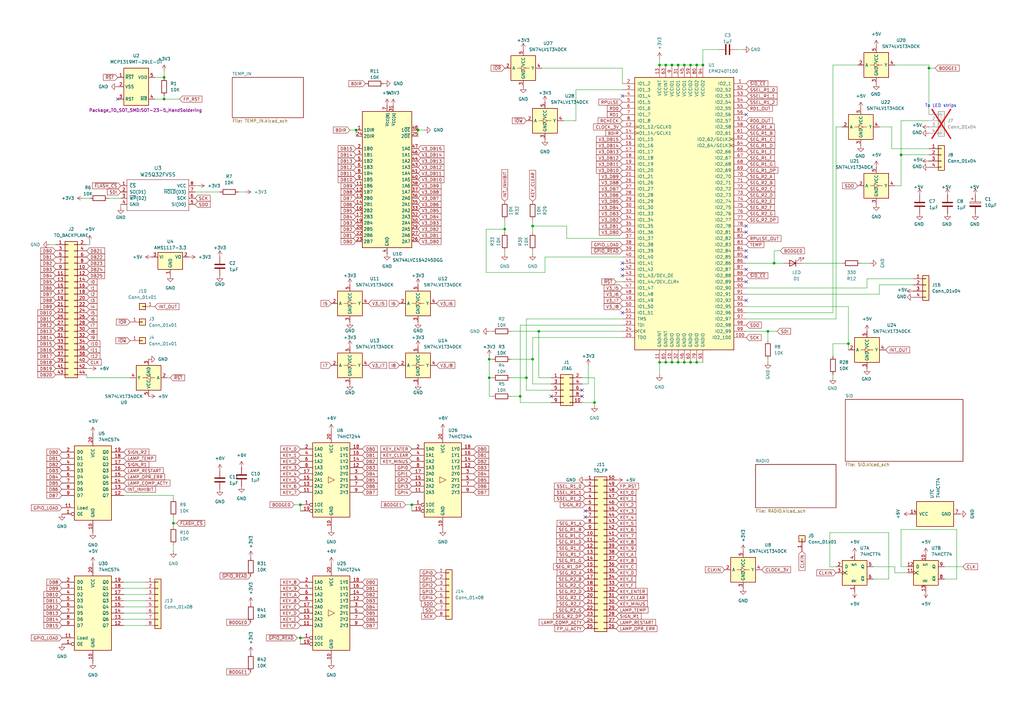
<source format=kicad_sch>
(kicad_sch (version 20250114) (generator "eeschema") (generator_version "9.0")
  (paper "A3")
  (text "To LED strips" (at 385.826 43.434 0) (effects (font (size 1.27 1.27))))
  (junction (at 123.19 261.62))
  (junction (at 171.45 53.34))
  (junction (at 275.59 26.67))
  (junction (at 283.21 148.59))
  (junction (at 273.05 148.59))
  (junction (at 207.01 93.98))
  (junction (at 168.91 207.01))
  (junction (at 278.13 26.67))
  (junction (at 200.66 154.94))
  (junction (at 275.59 148.59))
  (junction (at 71.12 214.63))
  (junction (at 215.9 154.94))
  (junction (at 280.67 148.59))
  (junction (at 146.05 53.34))
  (junction (at 381 27.94))
  (junction (at 314.96 135.89))
  (junction (at 270.51 26.67))
  (junction (at 270.51 148.59))
  (junction (at 67.31 31.75))
  (junction (at 285.75 26.67))
  (junction (at 280.67 26.67))
  (junction (at 347.98 140.97))
  (junction (at 317.5 107.95))
  (junction (at 369.57 63.5))
  (junction (at 273.05 26.67))
  (junction (at 218.44 147.32))
  (junction (at 285.75 148.59))
  (junction (at 200.66 147.32))
  (junction (at 288.29 26.67))
  (junction (at 218.44 92.71))
  (junction (at 213.36 162.56))
  (junction (at 123.19 207.01))
  (junction (at 67.31 40.64))
  (junction (at 220.98 135.89))
  (junction (at 278.13 148.59))
  (junction (at 283.21 26.67))
  (junction (at 243.84 165.1))
  (no_connect (at 226.06 162.56))
  (no_connect (at 306.07 115.57))
  (no_connect (at 306.07 46.99))
  (no_connect (at 48.26 40.64))
  (no_connect (at 255.27 39.37))
  (no_connect (at 255.27 107.95))
  (no_connect (at 240.03 209.55))
  (no_connect (at 240.03 212.09))
  (no_connect (at 238.76 162.56))
  (no_connect (at 255.27 110.49))
  (no_connect (at 306.07 95.25))
  (no_connect (at 238.76 160.02))
  (no_connect (at 255.27 113.03))
  (no_connect (at 306.07 92.71))
  (no_connect (at 306.07 123.19))
  (no_connect (at 306.07 105.41))
  (no_connect (at 306.07 110.49))
  (no_connect (at 255.27 128.27))
  (no_connect (at 306.07 102.87))
  (wire (pts (xy 347.98 125.73) (xy 347.98 140.97)))
  (wire (pts (xy 123.19 261.62) (xy 121.92 261.62)))
  (wire (pts (xy 143.51 53.34) (xy 146.05 53.34)))
  (wire (pts (xy 252.73 115.57) (xy 255.27 115.57)))
  (wire (pts (xy 68.58 154.94) (xy 69.85 154.94)))
  (wire (pts (xy 273.05 148.59) (xy 270.51 148.59)))
  (wire (pts (xy 209.55 135.89) (xy 220.98 135.89)))
  (wire (pts (xy 67.31 31.75) (xy 63.5 31.75)))
  (wire (pts (xy 218.44 157.48) (xy 226.06 157.48)))
  (wire (pts (xy 317.5 102.87) (xy 317.5 107.95)))
  (wire (pts (xy 358.14 232.41) (xy 367.03 232.41)))
  (wire (pts (xy 71.12 214.63) (xy 72.39 214.63)))
  (wire (pts (xy 367.03 234.95) (xy 372.11 234.95)))
  (wire (pts (xy 353.06 107.95) (xy 356.87 107.95)))
  (wire (pts (xy 209.55 162.56) (xy 213.36 162.56)))
  (wire (pts (xy 255.27 36.83) (xy 236.22 36.83)))
  (wire (pts (xy 67.31 40.64) (xy 63.5 40.64)))
  (wire (pts (xy 255.27 135.89) (xy 220.98 135.89)))
  (wire (pts (xy 36.83 99.06) (xy 36.83 100.33)))
  (wire (pts (xy 367.03 76.2) (xy 369.57 76.2)))
  (wire (pts (xy 314.96 135.89) (xy 306.07 135.89)))
  (wire (pts (xy 200.66 162.56) (xy 200.66 154.94)))
  (wire (pts (xy 347.98 140.97) (xy 347.98 143.51)))
  (wire (pts (xy 306.07 120.65) (xy 360.68 120.65)))
  (wire (pts (xy 236.22 36.83) (xy 236.22 49.53)))
  (wire (pts (xy 53.34 154.94) (xy 35.56 154.94)))
  (wire (pts (xy 288.29 20.32) (xy 288.29 26.67)))
  (wire (pts (xy 367.03 26.67) (xy 381 26.67)))
  (wire (pts (xy 369.57 63.5) (xy 381 63.5)))
  (wire (pts (xy 241.3 157.48) (xy 238.76 157.48)))
  (wire (pts (xy 278.13 26.67) (xy 275.59 26.67)))
  (wire (pts (xy 255.27 133.35) (xy 213.36 133.35)))
  (wire (pts (xy 369.57 76.2) (xy 369.57 63.5)))
  (wire (pts (xy 200.66 154.94) (xy 200.66 147.32)))
  (wire (pts (xy 123.19 209.55) (xy 123.19 207.01)))
  (wire (pts (xy 236.22 49.53) (xy 231.14 49.53)))
  (wire (pts (xy 369.57 217.17) (xy 369.57 232.41)))
  (wire (pts (xy 218.44 102.87) (xy 218.44 104.14)))
  (wire (pts (xy 275.59 148.59) (xy 273.05 148.59)))
  (wire (pts (xy 50.8 243.84) (xy 59.69 243.84)))
  (wire (pts (xy 34.29 81.28) (xy 36.83 81.28)))
  (wire (pts (xy 355.6 114.3) (xy 374.65 114.3)))
  (wire (pts (xy 314.96 147.32) (xy 314.96 148.59)))
  (wire (pts (xy 369.57 232.41) (xy 372.11 232.41)))
  (wire (pts (xy 223.52 111.76) (xy 199.39 111.76)))
  (wire (pts (xy 44.45 81.28) (xy 49.53 81.28)))
  (wire (pts (xy 207.01 90.17) (xy 207.01 93.98)))
  (wire (pts (xy 255.27 138.43) (xy 218.44 138.43)))
  (wire (pts (xy 255.27 97.79) (xy 232.41 97.79)))
  (wire (pts (xy 328.93 107.95) (xy 345.44 107.95)))
  (wire (pts (xy 218.44 147.32) (xy 218.44 157.48)))
  (wire (pts (xy 360.68 120.65) (xy 360.68 116.84)))
  (wire (pts (xy 209.55 154.94) (xy 215.9 154.94)))
  (wire (pts (xy 320.04 102.87) (xy 317.5 102.87)))
  (wire (pts (xy 215.9 130.81) (xy 215.9 154.94)))
  (wire (pts (xy 200.66 146.05) (xy 200.66 147.32)))
  (wire (pts (xy 50.8 246.38) (xy 59.69 246.38)))
  (wire (pts (xy 220.98 154.94) (xy 226.06 154.94)))
  (wire (pts (xy 71.12 223.52) (xy 71.12 226.06)))
  (wire (pts (xy 80.01 76.2) (xy 81.28 76.2)))
  (wire (pts (xy 392.43 217.17) (xy 369.57 217.17)))
  (wire (pts (xy 207.01 102.87) (xy 207.01 104.14)))
  (wire (pts (xy 306.07 125.73) (xy 347.98 125.73)))
  (wire (pts (xy 364.49 218.44) (xy 340.36 218.44)))
  (wire (pts (xy 168.91 209.55) (xy 168.91 207.01)))
  (wire (pts (xy 306.07 107.95) (xy 317.5 107.95)))
  (wire (pts (xy 146.05 53.34) (xy 146.05 55.88)))
  (wire (pts (xy 387.35 237.49) (xy 392.43 237.49)))
  (wire (pts (xy 123.19 207.01) (xy 120.65 207.01)))
  (wire (pts (xy 392.43 237.49) (xy 392.43 217.17)))
  (wire (pts (xy 50.8 256.54) (xy 59.69 256.54)))
  (wire (pts (xy 342.9 130.81) (xy 342.9 52.07)))
  (wire (pts (xy 243.84 165.1) (xy 238.76 165.1)))
  (wire (pts (xy 294.64 20.32) (xy 288.29 20.32)))
  (wire (pts (xy 97.79 78.74) (xy 100.33 78.74)))
  (wire (pts (xy 171.45 53.34) (xy 173.99 53.34)))
  (wire (pts (xy 220.98 135.89) (xy 220.98 154.94)))
  (wire (pts (xy 278.13 148.59) (xy 275.59 148.59)))
  (wire (pts (xy 215.9 160.02) (xy 226.06 160.02)))
  (wire (pts (xy 218.44 90.17) (xy 218.44 92.71)))
  (wire (pts (xy 318.77 135.89) (xy 314.96 135.89)))
  (wire (pts (xy 232.41 97.79) (xy 232.41 92.71)))
  (wire (pts (xy 243.84 154.94) (xy 243.84 165.1)))
  (wire (pts (xy 341.63 140.97) (xy 347.98 140.97)))
  (wire (pts (xy 365.76 52.07) (xy 360.68 52.07)))
  (wire (pts (xy 280.67 148.59) (xy 278.13 148.59)))
  (wire (pts (xy 275.59 26.67) (xy 273.05 26.67)))
  (wire (pts (xy 381 26.67) (xy 381 27.94)))
  (wire (pts (xy 218.44 138.43) (xy 218.44 147.32)))
  (wire (pts (xy 200.66 147.32) (xy 201.93 147.32)))
  (wire (pts (xy 20.32 100.33) (xy 22.86 100.33)))
  (wire (pts (xy 341.63 26.67) (xy 351.79 26.67)))
  (wire (pts (xy 67.31 39.37) (xy 67.31 40.64)))
  (wire (pts (xy 50.8 248.92) (xy 59.69 248.92)))
  (wire (pts (xy 243.84 165.1) (xy 243.84 166.37)))
  (wire (pts (xy 270.51 148.59) (xy 270.51 153.67)))
  (wire (pts (xy 302.26 20.32) (xy 304.8 20.32)))
  (wire (pts (xy 50.8 238.76) (xy 59.69 238.76)))
  (wire (pts (xy 255.27 105.41) (xy 223.52 105.41)))
  (wire (pts (xy 213.36 165.1) (xy 226.06 165.1)))
  (wire (pts (xy 255.27 27.94) (xy 255.27 34.29)))
  (wire (pts (xy 223.52 105.41) (xy 223.52 111.76)))
  (wire (pts (xy 213.36 162.56) (xy 213.36 165.1)))
  (wire (pts (xy 285.75 148.59) (xy 283.21 148.59)))
  (wire (pts (xy 340.36 232.41) (xy 342.9 232.41)))
  (wire (pts (xy 35.56 151.13) (xy 36.83 151.13)))
  (wire (pts (xy 71.12 203.2) (xy 71.12 204.47)))
  (wire (pts (xy 222.25 27.94) (xy 255.27 27.94)))
  (wire (pts (xy 288.29 26.67) (xy 285.75 26.67)))
  (wire (pts (xy 360.68 116.84) (xy 374.65 116.84)))
  (wire (pts (xy 36.83 100.33) (xy 35.56 100.33)))
  (wire (pts (xy 355.6 118.11) (xy 355.6 114.3)))
  (wire (pts (xy 218.44 92.71) (xy 218.44 95.25)))
  (wire (pts (xy 71.12 214.63) (xy 71.12 215.9)))
  (wire (pts (xy 365.76 60.96) (xy 381 60.96)))
  (wire (pts (xy 381 27.94) (xy 381 46.99)))
  (wire (pts (xy 283.21 26.67) (xy 280.67 26.67)))
  (wire (pts (xy 213.36 133.35) (xy 213.36 162.56)))
  (wire (pts (xy 340.36 218.44) (xy 340.36 232.41)))
  (wire (pts (xy 288.29 148.59) (xy 285.75 148.59)))
  (wire (pts (xy 306.07 118.11) (xy 355.6 118.11)))
  (wire (pts (xy 369.57 49.53) (xy 369.57 63.5)))
  (wire (pts (xy 123.19 264.16) (xy 123.19 261.62)))
  (wire (pts (xy 306.07 128.27) (xy 341.63 128.27)))
  (wire (pts (xy 201.93 154.94) (xy 200.66 154.94)))
  (wire (pts (xy 241.3 149.86) (xy 241.3 157.48)))
  (wire (pts (xy 341.63 146.05) (xy 341.63 140.97)))
  (wire (pts (xy 50.8 203.2) (xy 71.12 203.2)))
  (wire (pts (xy 50.8 254) (xy 59.69 254)))
  (wire (pts (xy 35.56 154.94) (xy 35.56 153.67)))
  (wire (pts (xy 314.96 135.89) (xy 314.96 139.7)))
  (wire (pts (xy 207.01 93.98) (xy 207.01 95.25)))
  (wire (pts (xy 387.35 232.41) (xy 394.97 232.41)))
  (wire (pts (xy 67.31 29.21) (xy 67.31 31.75)))
  (wire (pts (xy 364.49 237.49) (xy 364.49 218.44)))
  (wire (pts (xy 168.91 207.01) (xy 166.37 207.01)))
  (wire (pts (xy 365.76 60.96) (xy 365.76 52.07)))
  (wire (pts (xy 49.53 83.82) (xy 49.53 85.09)))
  (wire (pts (xy 283.21 148.59) (xy 280.67 148.59)))
  (wire (pts (xy 341.63 128.27) (xy 341.63 26.67)))
  (wire (pts (xy 199.39 93.98) (xy 207.01 93.98)))
  (wire (pts (xy 201.93 162.56) (xy 200.66 162.56)))
  (wire (pts (xy 358.14 237.49) (xy 364.49 237.49)))
  (wire (pts (xy 341.63 153.67) (xy 341.63 154.94)))
  (wire (pts (xy 232.41 92.71) (xy 218.44 92.71)))
  (wire (pts (xy 80.01 78.74) (xy 90.17 78.74)))
  (wire (pts (xy 71.12 212.09) (xy 71.12 214.63)))
  (wire (pts (xy 381 49.53) (xy 369.57 49.53)))
  (wire (pts (xy 50.8 241.3) (xy 59.69 241.3)))
  (wire (pts (xy 273.05 26.67) (xy 270.51 26.67)))
  (wire (pts (xy 171.45 55.88) (xy 171.45 53.34)))
  (wire (pts (xy 209.55 147.32) (xy 218.44 147.32)))
  (wire (pts (xy 306.07 130.81) (xy 342.9 130.81)))
  (wire (pts (xy 285.75 26.67) (xy 283.21 26.67)))
  (wire (pts (xy 342.9 52.07) (xy 345.44 52.07)))
  (wire (pts (xy 238.76 154.94) (xy 243.84 154.94)))
  (wire (pts (xy 280.67 26.67) (xy 278.13 26.67)))
  (wire (pts (xy 67.31 40.64) (xy 73.66 40.64)))
  (wire (pts (xy 367.03 232.41) (xy 367.03 234.95)))
  (wire (pts (xy 255.27 130.81) (xy 215.9 130.81)))
  (wire (pts (xy 199.39 111.76) (xy 199.39 93.98)))
  (wire (pts (xy 317.5 107.95) (xy 321.31 107.95)))
  (wire (pts (xy 270.51 24.13) (xy 270.51 26.67)))
  (wire (pts (xy 50.8 251.46) (xy 59.69 251.46)))
  (wire (pts (xy 215.9 154.94) (xy 215.9 160.02)))
  (wire (pts (xy 200.66 135.89) (xy 201.93 135.89)))
  (wire (pts (xy 381 27.94) (xy 383.54 27.94)))
  (global_label "SEG_R1_B" (shape input) (at 240.03 217.17 180) (property "Intersheetrefs" "${INTERSHEET_REFS}" (effects (hide yes))))
  (global_label "DB1" (shape input) (at 148.59 186.69 0) (property "Intersheetrefs" "${INTERSHEET_REFS}" (effects (hide yes))))
  (global_label "~{RST}" (shape input) (at 252.73 115.57 180) (property "Intersheetrefs" "${INTERSHEET_REFS}" (effects (hide yes))))
  (global_label "V3_DB6" (shape input) (at 171.45 83.82 0) (property "Intersheetrefs" "${INTERSHEET_REFS}" (effects (hide yes))))
  (global_label "DB5" (shape input) (at 22.86 115.57 180) (property "Intersheetrefs" "${INTERSHEET_REFS}" (effects (hide yes))))
  (global_label "DB15" (shape input) (at 146.05 60.96 180) (property "Intersheetrefs" "${INTERSHEET_REFS}" (effects (hide yes))))
  (global_label "DB14" (shape input) (at 146.05 63.5 180) (property "Intersheetrefs" "${INTERSHEET_REFS}" (effects (hide yes))))
  (global_label "DB1" (shape input) (at 146.05 96.52 180) (property "Intersheetrefs" "${INTERSHEET_REFS}" (effects (hide yes))))
  (global_label "V3_DB3" (shape input) (at 255.27 87.63 180) (property "Intersheetrefs" "${INTERSHEET_REFS}" (effects (hide yes))))
  (global_label "SEG_R1_DP" (shape input) (at 240.03 232.41 180) (property "Intersheetrefs" "${INTERSHEET_REFS}" (effects (hide yes))))
  (global_label "LAMP_RESTART" (shape input) (at 50.8 193.04 0) (property "Intersheetrefs" "${INTERSHEET_REFS}" (effects (hide yes))))
  (global_label "DB24" (shape input) (at 35.56 110.49 0) (property "Intersheetrefs" "${INTERSHEET_REFS}" (effects (hide yes))))
  (global_label "KEY_5" (shape input) (at 252.73 214.63 0) (property "Intersheetrefs" "${INTERSHEET_REFS}" (effects (hide yes))))
  (global_label "V3_DB8" (shape input) (at 255.27 74.93 180) (property "Intersheetrefs" "${INTERSHEET_REFS}" (effects (hide yes))))
  (global_label "~{GPIO_READ}" (shape input) (at 255.27 102.87 180) (property "Intersheetrefs" "${INTERSHEET_REFS}" (effects (hide yes))))
  (global_label "INT_OUT" (shape input) (at 63.5 125.73 0) (property "Intersheetrefs" "${INTERSHEET_REFS}" (effects (hide yes))))
  (global_label "DB18" (shape input) (at 22.86 148.59 180) (property "Intersheetrefs" "${INTERSHEET_REFS}" (effects (hide yes))))
  (global_label "I8" (shape input) (at 35.56 135.89 0) (property "Intersheetrefs" "${INTERSHEET_REFS}" (effects (hide yes))))
  (global_label "I10" (shape input) (at 35.56 140.97 0) (property "Intersheetrefs" "${INTERSHEET_REFS}" (effects (hide yes))))
  (global_label "I1" (shape input) (at 35.56 118.11 0) (property "Intersheetrefs" "${INTERSHEET_REFS}" (effects (hide yes))))
  (global_label "DB17" (shape input) (at 22.86 146.05 180) (property "Intersheetrefs" "${INTERSHEET_REFS}" (effects (hide yes))))
  (global_label "KEY_1" (shape input) (at 252.73 204.47 0) (property "Intersheetrefs" "${INTERSHEET_REFS}" (effects (hide yes))))
  (global_label "KEY_7" (shape input) (at 252.73 219.71 0) (property "Intersheetrefs" "${INTERSHEET_REFS}" (effects (hide yes))))
  (global_label "SEG_R2_G" (shape input) (at 240.03 250.19 180) (property "Intersheetrefs" "${INTERSHEET_REFS}" (effects (hide yes))))
  (global_label "BDIR" (shape input) (at 255.27 54.61 180) (property "Intersheetrefs" "${INTERSHEET_REFS}" (effects (hide yes))))
  (global_label "GPI1" (shape input) (at 179.07 237.49 180) (property "Intersheetrefs" "${INTERSHEET_REFS}" (effects (hide yes))))
  (global_label "SEG_R2_D" (shape input) (at 240.03 242.57 180) (property "Intersheetrefs" "${INTERSHEET_REFS}" (effects (hide yes))))
  (global_label "DB23" (shape input) (at 35.56 107.95 0) (property "Intersheetrefs" "${INTERSHEET_REFS}" (effects (hide yes))))
  (global_label "~{GPIO_READ}" (shape input) (at 102.87 236.22 180) (property "Intersheetrefs" "${INTERSHEET_REFS}" (effects (hide yes))))
  (global_label "BODGE1" (shape input) (at 383.54 27.94 0) (property "Intersheetrefs" "${INTERSHEET_REFS}" (effects (hide yes))))
  (global_label "GPI0" (shape input) (at 168.91 191.77 180) (property "Intersheetrefs" "${INTERSHEET_REFS}" (effects (hide yes))))
  (global_label "DB6" (shape input) (at 148.59 254 0) (property "Intersheetrefs" "${INTERSHEET_REFS}" (effects (hide yes))))
  (global_label "KEY_ENTER" (shape input) (at 168.91 184.15 180) (property "Intersheetrefs" "${INTERSHEET_REFS}" (effects (hide yes))))
  (global_label "I7" (shape input) (at 135.89 149.86 180) (property "Intersheetrefs" "${INTERSHEET_REFS}" (effects (hide yes))))
  (global_label "DB13" (shape input) (at 22.86 135.89 180) (property "Intersheetrefs" "${INTERSHEET_REFS}" (effects (hide yes))))
  (global_label "~{IOR}" (shape input) (at 207.01 27.94 180) (property "Intersheetrefs" "${INTERSHEET_REFS}" (effects (hide yes))))
  (global_label "KEY_B" (shape input) (at 123.19 246.38 180) (property "Intersheetrefs" "${INTERSHEET_REFS}" (effects (hide yes))))
  (global_label "FP_RST" (shape input) (at 73.66 40.64 0) (property "Intersheetrefs" "${INTERSHEET_REFS}" (effects (hide yes))))
  (global_label "CLKIN" (shape input) (at 328.93 226.06 270) (property "Intersheetrefs" "${INTERSHEET_REFS}" (effects (hide yes))))
  (global_label "LAMP_OPR_ERR" (shape input) (at 252.73 257.81 0) (property "Intersheetrefs" "${INTERSHEET_REFS}" (effects (hide yes))))
  (global_label "V3_I6" (shape input) (at 255.27 120.65 180) (property "Intersheetrefs" "${INTERSHEET_REFS}" (effects (hide yes))))
  (global_label "DB12" (shape input) (at 146.05 68.58 180) (property "Intersheetrefs" "${INTERSHEET_REFS}" (effects (hide yes))))
  (global_label "CLOCK_3V" (shape input) (at 255.27 52.07 180) (property "Intersheetrefs" "${INTERSHEET_REFS}" (effects (hide yes))))
  (global_label "LAMP_TEMP" (shape input) (at 252.73 250.19 0) (property "Intersheetrefs" "${INTERSHEET_REFS}" (effects (hide yes))))
  (global_label "SEG_R1_G" (shape input) (at 240.03 229.87 180) (property "Intersheetrefs" "${INTERSHEET_REFS}" (effects (hide yes))))
  (global_label "V3_DB12" (shape input) (at 171.45 68.58 0) (property "Intersheetrefs" "${INTERSHEET_REFS}" (effects (hide yes))))
  (global_label "DB9" (shape input) (at 25.4 241.3 180) (property "Intersheetrefs" "${INTERSHEET_REFS}" (effects (hide yes))))
  (global_label "SEG_R2_B" (shape input) (at 306.07 74.93 0) (property "Intersheetrefs" "${INTERSHEET_REFS}" (effects (hide yes))))
  (global_label "V3_I6" (shape input) (at 179.07 124.46 0) (property "Intersheetrefs" "${INTERSHEET_REFS}" (effects (hide yes))))
  (global_label "~{RST}" (shape input) (at 48.26 31.75 180) (property "Intersheetrefs" "${INTERSHEET_REFS}" (effects (hide yes))))
  (global_label "DB19" (shape input) (at 22.86 151.13 180) (property "Intersheetrefs" "${INTERSHEET_REFS}" (effects (hide yes))))
  (global_label "GPIO_LOAD" (shape input) (at 255.27 100.33 180) (property "Intersheetrefs" "${INTERSHEET_REFS}" (effects (hide yes))))
  (global_label "BODGE1" (shape input) (at 102.87 275.59 180) (property "Intersheetrefs" "${INTERSHEET_REFS}" (effects (hide yes))))
  (global_label "DB11" (shape input) (at 25.4 246.38 180) (property "Intersheetrefs" "${INTERSHEET_REFS}" (effects (hide yes))))
  (global_label "SSEL_R1_1" (shape input) (at 306.07 39.37 0) (property "Intersheetrefs" "${INTERSHEET_REFS}" (effects (hide yes))))
  (global_label "KEY_C" (shape input) (at 252.73 232.41 0) (property "Intersheetrefs" "${INTERSHEET_REFS}" (effects (hide yes))))
  (global_label "RD0_OUT" (shape input) (at 306.07 49.53 0) (property "Intersheetrefs" "${INTERSHEET_REFS}" (effects (hide yes))))
  (global_label "LAMP_RESTART" (shape input) (at 252.73 255.27 0) (property "Intersheetrefs" "${INTERSHEET_REFS}" (effects (hide yes))))
  (global_label "GPIO_LOAD" (shape input) (at 25.4 208.28 180) (property "Intersheetrefs" "${INTERSHEET_REFS}" (effects (hide yes))))
  (global_label "KEY_F" (shape input) (at 252.73 240.03 0) (property "Intersheetrefs" "${INTERSHEET_REFS}" (effects (hide yes))))
  (global_label "SEG_R2_B" (shape input) (at 240.03 237.49 180) (property "Intersheetrefs" "${INTERSHEET_REFS}" (effects (hide yes))))
  (global_label "KEY_MINUS" (shape input) (at 168.91 189.23 180) (property "Intersheetrefs" "${INTERSHEET_REFS}" (effects (hide yes))))
  (global_label "SEG_R1_C" (shape input) (at 240.03 219.71 180) (property "Intersheetrefs" "${INTERSHEET_REFS}" (effects (hide yes))))
  (global_label "DB8" (shape input) (at 25.4 238.76 180) (property "Intersheetrefs" "${INTERSHEET_REFS}" (effects (hide yes))))
  (global_label "DB16" (shape input) (at 22.86 143.51 180) (property "Intersheetrefs" "${INTERSHEET_REFS}" (effects (hide yes))))
  (global_label "SDI" (shape input) (at 179.07 250.19 180) (property "Intersheetrefs" "${INTERSHEET_REFS}" (effects (hide yes))))
  (global_label "DB5" (shape input) (at 148.59 251.46 0) (property "Intersheetrefs" "${INTERSHEET_REFS}" (effects (hide yes))))
  (global_label "SEG_R2_F" (shape input) (at 240.03 247.65 180) (property "Intersheetrefs" "${INTERSHEET_REFS}" (effects (hide yes))))
  (global_label "V3_DB1" (shape input) (at 171.45 96.52 0) (property "Intersheetrefs" "${INTERSHEET_REFS}" (effects (hide yes))))
  (global_label "CLKIN" (shape input) (at 342.9 234.95 180) (property "Intersheetrefs" "${INTERSHEET_REFS}" (effects (hide yes))))
  (global_label "~{RST}" (shape input) (at 69.85 154.94 0) (property "Intersheetrefs" "${INTERSHEET_REFS}" (effects (hide yes))))
  (global_label "DB4" (shape input) (at 146.05 88.9 180) (property "Intersheetrefs" "${INTERSHEET_REFS}" (effects (hide yes))))
  (global_label "RD0" (shape input) (at 255.27 44.45 180) (property "Intersheetrefs" "${INTERSHEET_REFS}" (effects (hide yes))))
  (global_label "KEY_E" (shape input) (at 252.73 237.49 0) (property "Intersheetrefs" "${INTERSHEET_REFS}" (effects (hide yes))))
  (global_label "CLK" (shape input) (at 394.97 232.41 0) (property "Intersheetrefs" "${INTERSHEET_REFS}" (effects (hide yes))))
  (global_label "LAMP_OPR_ERR" (shape input) (at 50.8 195.58 0) (property "Intersheetrefs" "${INTERSHEET_REFS}" (effects (hide yes))))
  (global_label "I0" (shape input) (at 35.56 115.57 0) (property "Intersheetrefs" "${INTERSHEET_REFS}" (effects (hide yes))))
  (global_label "DB21" (shape input) (at 35.56 102.87 0) (property "Intersheetrefs" "${INTERSHEET_REFS}" (effects (hide yes))))
  (global_label "CLK" (shape input) (at 35.56 148.59 0) (property "Intersheetrefs" "${INTERSHEET_REFS}" (effects (hide yes))))
  (global_label "V3_DB10" (shape input) (at 171.45 73.66 0) (property "Intersheetrefs" "${INTERSHEET_REFS}" (effects (hide yes))))
  (global_label "SIGN_R2" (shape input) (at 50.8 185.42 0) (property "Intersheetrefs" "${INTERSHEET_REFS}" (effects (hide yes))))
  (global_label "V3_DB9" (shape input) (at 255.27 72.39 180) (property "Intersheetrefs" "${INTERSHEET_REFS}" (effects (hide yes))))
  (global_label "V3_DB1" (shape input) (at 255.27 92.71 180) (property "Intersheetrefs" "${INTERSHEET_REFS}" (effects (hide yes))))
  (global_label "KEY_CLEAR" (shape input) (at 168.91 186.69 180) (property "Intersheetrefs" "${INTERSHEET_REFS}" (effects (hide yes))))
  (global_label "KEY_6" (shape input) (at 123.19 199.39 180) (property "Intersheetrefs" "${INTERSHEET_REFS}" (effects (hide yes))))
  (global_label "SEG_R1_E" (shape input) (at 240.03 224.79 180) (property "Intersheetrefs" "${INTERSHEET_REFS}" (effects (hide yes))))
  (global_label "DB0" (shape input) (at 146.05 99.06 180) (property "Intersheetrefs" "${INTERSHEET_REFS}" (effects (hide yes))))
  (global_label "DB6" (shape input) (at 146.05 83.82 180) (property "Intersheetrefs" "${INTERSHEET_REFS}" (effects (hide yes))))
  (global_label "DB0" (shape input) (at 194.31 184.15 0) (property "Intersheetrefs" "${INTERSHEET_REFS}" (effects (hide yes))))
  (global_label "SCK" (shape input) (at 179.07 252.73 180) (property "Intersheetrefs" "${INTERSHEET_REFS}" (effects (hide yes))))
  (global_label "KEY_ENTER" (shape input) (at 252.73 242.57 0) (property "Intersheetrefs" "${INTERSHEET_REFS}" (effects (hide yes))))
  (global_label "V3_I7" (shape input) (at 255.27 123.19 180) (property "Intersheetrefs" "${INTERSHEET_REFS}" (effects (hide yes))))
  (global_label "SSEL_R1_2" (shape input) (at 306.07 41.91 0) (property "Intersheetrefs" "${INTERSHEET_REFS}" (effects (hide yes))))
  (global_label "DB3" (shape input) (at 146.05 91.44 180) (property "Intersheetrefs" "${INTERSHEET_REFS}" (effects (hide yes))))
  (global_label "I4" (shape input) (at 35.56 125.73 0) (property "Intersheetrefs" "${INTERSHEET_REFS}" (effects (hide yes))))
  (global_label "V3_DB13" (shape input) (at 255.27 62.23 180) (property "Intersheetrefs" "${INTERSHEET_REFS}" (effects (hide yes))))
  (global_label "DB0" (shape input) (at 148.59 184.15 0) (property "Intersheetrefs" "${INTERSHEET_REFS}" (effects (hide yes))))
  (global_label "SIGN_R1" (shape input) (at 50.8 190.5 0) (property "Intersheetrefs" "${INTERSHEET_REFS}" (effects (hide yes))))
  (global_label "BODGE0" (shape input) (at 120.65 207.01 180) (property "Intersheetrefs" "${INTERSHEET_REFS}" (effects (hide yes))))
  (global_label "CLOCK_3V" (shape input) (at 312.42 233.68 0) (property "Intersheetrefs" "${INTERSHEET_REFS}" (effects (hide yes))))
  (global_label "SDI" (shape input) (at 318.77 135.89 0) (property "Intersheetrefs" "${INTERSHEET_REFS}" (effects (hide yes))))
  (global_label "DB11" (shape input) (at 146.05 71.12 180) (property "Intersheetrefs" "${INTERSHEET_REFS}" (effects (hide yes))))
  (global_label "KEY_8" (shape input) (at 123.19 238.76 180) (property "Intersheetrefs" "${INTERSHEET_REFS}" (effects (hide yes))))
  (global_label "V3_DB4" (shape input) (at 171.45 88.9 0) (property "Intersheetrefs" "${INTERSHEET_REFS}" (effects (hide yes))))
  (global_label "DB8" (shape input) (at 22.86 123.19 180) (property "Intersheetrefs" "${INTERSHEET_REFS}" (effects (hide yes))))
  (global_label "DB2" (shape input) (at 22.86 107.95 180) (property "Intersheetrefs" "${INTERSHEET_REFS}" (effects (hide yes))))
  (global_label "DB6" (shape input) (at 22.86 118.11 180) (property "Intersheetrefs" "${INTERSHEET_REFS}" (effects (hide yes))))
  (global_label "DB8" (shape input) (at 146.05 78.74 180) (property "Intersheetrefs" "${INTERSHEET_REFS}" (effects (hide yes))))
  (global_label "DB4" (shape input) (at 148.59 248.92 0) (property "Intersheetrefs" "${INTERSHEET_REFS}" (effects (hide yes))))
  (global_label "SDO" (shape input) (at 351.79 76.2 180) (property "Intersheetrefs" "${INTERSHEET_REFS}" (effects (hide yes))))
  (global_label "SEG_R2_A" (shape input) (at 306.07 72.39 0) (property "Intersheetrefs" "${INTERSHEET_REFS}" (effects (hide yes))))
  (global_label "~{SID_CE}" (shape input) (at 306.07 113.03 0) (property "Intersheetrefs" "${INTERSHEET_REFS}" (effects (hide yes))))
  (global_label "V3_I5" (shape input) (at 151.13 124.46 0) (property "Intersheetrefs" "${INTERSHEET_REFS}" (effects (hide yes))))
  (global_label "GPI0" (shape input) (at 179.07 234.95 180) (property "Intersheetrefs" "${INTERSHEET_REFS}" (effects (hide yes))))
  (global_label "SEG_R1_D" (shape input) (at 306.07 59.69 0) (property "Intersheetrefs" "${INTERSHEET_REFS}" (effects (hide yes))))
  (global_label "RPULSE_OUT" (shape input) (at 306.07 97.79 0) (property "Intersheetrefs" "${INTERSHEET_REFS}" (effects (hide yes))))
  (global_label "V3_DB0" (shape input) (at 171.45 99.06 0) (property "Intersheetrefs" "${INTERSHEET_REFS}" (effects (hide yes))))
  (global_label "V3_DB7" (shape input) (at 255.27 77.47 180) (property "Intersheetrefs" "${INTERSHEET_REFS}" (effects (hide yes))))
  (global_label "DB5" (shape input) (at 148.59 196.85 0) (property "Intersheetrefs" "${INTERSHEET_REFS}" (effects (hide yes))))
  (global_label "I5" (shape input) (at 135.89 124.46 180) (property "Intersheetrefs" "${INTERSHEET_REFS}" (effects (hide yes))))
  (global_label "SEG_R1_F" (shape input) (at 240.03 227.33 180) (property "Intersheetrefs" "${INTERSHEET_REFS}" (effects (hide yes))))
  (global_label "V3_DB6" (shape input) (at 255.27 80.01 180) (property "Intersheetrefs" "${INTERSHEET_REFS}" (effects (hide yes))))
  (global_label "DB2" (shape input) (at 148.59 189.23 0) (property "Intersheetrefs" "${INTERSHEET_REFS}" (effects (hide yes))))
  (global_label "KEY_C" (shape input) (at 123.19 248.92 180) (property "Intersheetrefs" "${INTERSHEET_REFS}" (effects (hide yes))))
  (global_label "GPI2" (shape input) (at 179.07 240.03 180) (property "Intersheetrefs" "${INTERSHEET_REFS}" (effects (hide yes))))
  (global_label "KEY_E" (shape input) (at 123.19 254 180) (property "Intersheetrefs" "${INTERSHEET_REFS}" (effects (hide yes))))
  (global_label "I9" (shape input) (at 35.56 138.43 0) (property "Intersheetrefs" "${INTERSHEET_REFS}" (effects (hide yes))))
  (global_label "DB6" (shape input) (at 25.4 200.66 180) (property "Intersheetrefs" "${INTERSHEET_REFS}" (effects (hide yes))))
  (global_label "DB6" (shape input) (at 148.59 199.39 0) (property "Intersheetrefs" "${INTERSHEET_REFS}" (effects (hide yes))))
  (global_label "KEY_CLEAR" (shape input) (at 252.73 245.11 0) (property "Intersheetrefs" "${INTERSHEET_REFS}" (effects (hide yes))))
  (global_label "LAMP_TEMP" (shape input) (at 50.8 187.96 0) (property "Intersheetrefs" "${INTERSHEET_REFS}" (effects (hide yes))))
  (global_label "KEY_8" (shape input) (at 252.73 222.25 0) (property "Intersheetrefs" "${INTERSHEET_REFS}" (effects (hide yes))))
  (global_label "DB2" (shape input) (at 194.31 189.23 0) (property "Intersheetrefs" "${INTERSHEET_REFS}" (effects (hide yes))))
  (global_label "SEG_R2_E" (shape input) (at 306.07 82.55 0) (property "Intersheetrefs" "${INTERSHEET_REFS}" (effects (hide yes))))
  (global_label "DB0" (shape input) (at 22.86 102.87 180) (property "Intersheetrefs" "${INTERSHEET_REFS}" (effects (hide yes))))
  (global_label "DB13" (shape input) (at 25.4 251.46 180) (property "Intersheetrefs" "${INTERSHEET_REFS}" (effects (hide yes))))
  (global_label "~{IOW}" (shape input) (at 215.9 49.53 180) (property "Intersheetrefs" "${INTERSHEET_REFS}" (effects (hide yes))))
  (global_label "V3_DB5" (shape input) (at 171.45 86.36 0) (property "Intersheetrefs" "${INTERSHEET_REFS}" (effects (hide yes))))
  (global_label "~{FLASH_CS}" (shape input) (at 72.39 214.63 0) (property "Intersheetrefs" "${INTERSHEET_REFS}" (effects (hide yes))))
  (global_label "KEY_B" (shape input) (at 252.73 229.87 0) (property "Intersheetrefs" "${INTERSHEET_REFS}" (effects (hide yes))))
  (global_label "~{IOR}" (shape input) (at 53.34 132.08 180) (property "Intersheetrefs" "${INTERSHEET_REFS}" (effects (hide yes))))
  (global_label "DB7" (shape input) (at 148.59 201.93 0) (property "Intersheetrefs" "${INTERSHEET_REFS}" (effects (hide yes))))
  (global_label "I5" (shape input) (at 35.56 128.27 0) (property "Intersheetrefs" "${INTERSHEET_REFS}" (effects (hide yes))))
  (global_label "KEY_1" (shape input) (at 123.19 186.69 180) (property "Intersheetrefs" "${INTERSHEET_REFS}" (effects (hide yes))))
  (global_label "I11" (shape input) (at 35.56 143.51 0) (property "Intersheetrefs" "${INTERSHEET_REFS}" (effects (hide yes))))
  (global_label "DB15" (shape input) (at 22.86 140.97 180) (property "Intersheetrefs" "${INTERSHEET_REFS}" (effects (hide yes))))
  (global_label "GPI4" (shape input) (at 179.07 245.11 180) (property "Intersheetrefs" "${INTERSHEET_REFS}" (effects (hide yes))))
  (global_label "V3_DB13" (shape input) (at 171.45 66.04 0) (property "Intersheetrefs" "${INTERSHEET_REFS}" (effects (hide yes))))
  (global_label "DB2" (shape input) (at 148.59 243.84 0) (property "Intersheetrefs" "${INTERSHEET_REFS}" (effects (hide yes))))
  (global_label "DB14" (shape input) (at 22.86 138.43 180) (property "Intersheetrefs" "${INTERSHEET_REFS}" (effects (hide yes))))
  (global_label "SEG_R1_A" (shape input) (at 306.07 52.07 0) (property "Intersheetrefs" "${INTERSHEET_REFS}" (effects (hide yes))))
  (global_label "DB13" (shape input) (at 146.05 66.04 180) (property "Intersheetrefs" "${INTERSHEET_REFS}" (effects (hide yes))))
  (global_label "DB5" (shape input) (at 146.05 86.36 180) (property "Intersheetrefs" "${INTERSHEET_REFS}" (effects (hide yes))))
  (global_label "BDIR" (shape input) (at 143.51 53.34 180) (property "Intersheetrefs" "${INTERSHEET_REFS}" (effects (hide yes))))
  (global_label "KEY_3" (shape input) (at 252.73 209.55 0) (property "Intersheetrefs" "${INTERSHEET_REFS}" (effects (hide yes))))
  (global_label "SEG_R1_D" (shape input) (at 240.03 222.25 180) (property "Intersheetrefs" "${INTERSHEET_REFS}" (effects (hide yes))))
  (global_label "SEG_R2_D" (shape input) (at 306.07 80.01 0) (property "Intersheetrefs" "${INTERSHEET_REFS}" (effects (hide yes))))
  (global_label "SSEL_R1_2" (shape input) (at 240.03 204.47 180) (property "Intersheetrefs" "${INTERSHEET_REFS}" (effects (hide yes))))
  (global_label "DB1" (shape input) (at 25.4 187.96 180) (property "Intersheetrefs" "${INTERSHEET_REFS}" (effects (hide yes))))
  (global_label "SCK" (shape input) (at 80.01 81.28 0) (property "Intersheetrefs" "${INTERSHEET_REFS}" (effects (hide yes))))
  (global_label "SEG_R2_DP" (shape input) (at 240.03 252.73 180) (property "Intersheetrefs" "${INTERSHEET_REFS}" (effects (hide yes))))
  (global_label "V3_I8" (shape input) (at 255.27 125.73 180) (property "Intersheetrefs" "${INTERSHEET_REFS}" (effects (hide yes))))
  (global_label "I12" (shape input) (at 35.56 146.05 0) (property "Intersheetrefs" "${INTERSHEET_REFS}" (effects (hide yes))))
  (global_label "DB15" (shape input) (at 25.4 256.54 180) (property "Intersheetrefs" "${INTERSHEET_REFS}" (effects (hide yes))))
  (global_label "I8" (shape input) (at 163.83 149.86 180) (property "Intersheetrefs" "${INTERSHEET_REFS}" (effects (hide yes))))
  (global_label "I3" (shape input) (at 35.56 123.19 0) (property "Intersheetrefs" "${INTERSHEET_REFS}" (effects (hide yes))))
  (global_label "DB14" (shape input) (at 25.4 254 180) (property "Intersheetrefs" "${INTERSHEET_REFS}" (effects (hide yes))))
  (global_label "LAMP_COMP_ACTY" (shape input) (at 240.03 255.27 180) (property "Intersheetrefs" "${INTERSHEET_REFS}" (effects (hide yes))))
  (global_label "KEY_2" (shape input) (at 252.73 207.01 0) (property "Intersheetrefs" "${INTERSHEET_REFS}" (effects (hide yes))))
  (global_label "DB22" (shape input) (at 35.56 105.41 0) (property "Intersheetrefs" "${INTERSHEET_REFS}" (effects (hide yes))))
  (global_label "DB3" (shape input) (at 194.31 191.77 0) (property "Intersheetrefs" "${INTERSHEET_REFS}" (effects (hide yes))))
  (global_label "KEY_D" (shape input) (at 252.73 234.95 0) (property "Intersheetrefs" "${INTERSHEET_REFS}" (effects (hide yes))))
  (global_label "KEY_A" (shape input) (at 252.73 227.33 0) (property "Intersheetrefs" "${INTERSHEET_REFS}" (effects (hide yes))))
  (global_label "DB6" (shape input) (at 194.31 199.39 0) (property "Intersheetrefs" "${INTERSHEET_REFS}" (effects (hide yes))))
  (global_label "RPULSE" (shape input) (at 255.27 41.91 180) (property "Intersheetrefs" "${INTERSHEET_REFS}" (effects (hide yes))))
  (global_label "DB2" (shape input) (at 146.05 93.98 180) (property "Intersheetrefs" "${INTERSHEET_REFS}" (effects (hide yes))))
  (global_label "KEY_CLEAR" (shape input) (at 218.44 82.55 90) (property "Intersheetrefs" "${INTERSHEET_REFS}" (effects (hide yes))))
  (global_label "DB3" (shape input) (at 148.59 246.38 0) (property "Intersheetrefs" "${INTERSHEET_REFS}" (effects (hide yes))))
  (global_label "KEY_MINUS" (shape input) (at 252.73 247.65 0) (property "Intersheetrefs" "${INTERSHEET_REFS}" (effects (hide yes))))
  (global_label "BODGE0" (shape input) (at 102.87 255.27 180) (property "Intersheetrefs" "${INTERSHEET_REFS}" (effects (hide yes))))
  (global_label "V3_I8" (shape input) (at 179.07 149.86 0) (property "Intersheetrefs" "${INTERSHEET_REFS}" (effects (hide yes))))
  (global_label "DB12" (shape input) (at 25.4 248.92 180) (property "Intersheetrefs" "${INTERSHEET_REFS}" (effects (hide yes))))
  (global_label "SEG_R1_A" (shape input) (at 240.03 214.63 180) (property "Intersheetrefs" "${INTERSHEET_REFS}" (effects (hide yes))))
  (global_label "DB7" (shape input) (at 194.31 201.93 0) (property "Intersheetrefs" "${INTERSHEET_REFS}" (effects (hide yes))))
  (global_label "I6" (shape input) (at 35.56 130.81 0) (property "Intersheetrefs" "${INTERSHEET_REFS}" (effects (hide yes))))
  (global_label "SSEL_R1_1" (shape input) (at 240.03 201.93 180) (property "Intersheetrefs" "${INTERSHEET_REFS}" (effects (hide yes))))
  (global_label "DB3" (shape input) (at 22.86 110.49 180) (property "Intersheetrefs" "${INTERSHEET_REFS}" (effects (hide yes))))
  (global_label "DB12" (shape input) (at 22.86 133.35 180) (property "Intersheetrefs" "${INTERSHEET_REFS}" (effects (hide yes))))
  (global_label "GPIO_LOAD" (shape input) (at 25.4 261.62 180) (property "Intersheetrefs" "${INTERSHEET_REFS}" (effects (hide yes))))
  (global_label "SDO" (shape input) (at 306.07 133.35 0) (property "Intersheetrefs" "${INTERSHEET_REFS}" (effects (hide yes))))
  (global_label "GPI1" (shape input) (at 168.91 194.31 180) (property "Intersheetrefs" "${INTERSHEET_REFS}" (effects (hide yes))))
  (global_label "KEY_D" (shape input) (at 123.19 251.46 180) (property "Intersheetrefs" "${INTERSHEET_REFS}" (effects (hide yes))))
  (global_label "DB25" (shape input) (at 35.56 113.03 0) (property "Intersheetrefs" "${INTERSHEET_REFS}" (effects (hide yes))))
  (global_label "V3_DB3" (shape input) (at 171.45 91.44 0) (property "Intersheetrefs" "${INTERSHEET_REFS}" (effects (hide yes))))
  (global_label "KEY_4" (shape input) (at 252.73 212.09 0) (property "Intersheetrefs" "${INTERSHEET_REFS}" (effects (hide yes))))
  (global_label "DB7" (shape input) (at 25.4 203.2 180) (property "Intersheetrefs" "${INTERSHEET_REFS}" (effects (hide yes))))
  (global_label "SSEL_R1_0" (shape input) (at 306.07 36.83 0) (property "Intersheetrefs" "${INTERSHEET_REFS}" (effects (hide yes))))
  (global_label "V3_I7" (shape input) (at 151.13 149.86 0) (property "Intersheetrefs" "${INTERSHEET_REFS}" (effects (hide yes))))
  (global_label "DB4" (shape input) (at 194.31 194.31 0) (property "Intersheetrefs" "${INTERSHEET_REFS}" (effects (hide yes))))
  (global_label "V3_DB2" (shape input) (at 255.27 90.17 180) (property "Intersheetrefs" "${INTERSHEET_REFS}" (effects (hide yes))))
  (global_label "V3_DB10" (shape input) (at 255.27 69.85 180) (property "Intersheetrefs" "${INTERSHEET_REFS}" (effects (hide yes))))
  (global_label "~{GPIO_READ}" (shape input) (at 121.92 261.62 180) (property "Intersheetrefs" "${INTERSHEET_REFS}" (effects (hide yes))))
  (global_label "SSEL_R1_0" (shape input) (at 240.03 199.39 180) (property "Intersheetrefs" "${INTERSHEET_REFS}" (effects (hide yes))))
  (global_label "GPI4" (shape input) (at 168.91 201.93 180) (property "Intersheetrefs" "${INTERSHEET_REFS}" (effects (hide yes))))
  (global_label "DB1" (shape input) (at 148.59 241.3 0) (property "Intersheetrefs" "${INTERSHEET_REFS}" (effects (hide yes))))
  (global_label "SIGN_R1" (shape input) (at 252.73 252.73 0) (property "Intersheetrefs" "${INTERSHEET_REFS}" (effects (hide yes))))
  (global_label "GPI2" (shape input) (at 168.91 196.85 180) (property "Intersheetrefs" "${INTERSHEET_REFS}" (effects (hide yes))))
  (global_label "V3_DB5" (shape input) (at 255.27 82.55 180) (property "Intersheetrefs" "${INTERSHEET_REFS}" (effects (hide yes))))
  (global_label "KEY_0" (shape input) (at 252.73 201.93 0) (property "Intersheetrefs" "${INTERSHEET_REFS}" (effects (hide yes))))
  (global_label "KEY_9" (shape input) (at 123.19 241.3 180) (property "Intersheetrefs" "${INTERSHEET_REFS}" (effects (hide yes))))
  (global_label "~{SID_CE}" (shape input) (at 306.07 34.29 0) (property "Intersheetrefs" "${INTERSHEET_REFS}" (effects (hide yes))))
  (global_label "V3_DB14" (shape input) (at 171.45 63.5 0) (property "Intersheetrefs" "${INTERSHEET_REFS}" (effects (hide yes))))
  (global_label "SEG_R1_DP" (shape input) (at 306.07 69.85 0) (property "Intersheetrefs" "${INTERSHEET_REFS}" (effects (hide yes))))
  (global_label "DB9" (shape input) (at 22.86 125.73 180) (property "Intersheetrefs" "${INTERSHEET_REFS}" (effects (hide yes))))
  (global_label "BDIR" (shape input) (at 149.86 34.29 180) (property "Intersheetrefs" "${INTERSHEET_REFS}" (effects (hide yes))))
  (global_label "GPI3" (shape input) (at 179.07 242.57 180) (property "Intersheetrefs" "${INTERSHEET_REFS}" (effects (hide yes))))
  (global_label "V3_I5" (shape input) (at 255.27 118.11 180) (property "Intersheetrefs" "${INTERSHEET_REFS}" (effects (hide yes))))
  (global_label "SEG_R2_DP" (shape input) (at 306.07 90.17 0) (property "Intersheetrefs" "${INTERSHEET_REFS}" (effects (hide yes))))
  (global_label "SDI" (shape input) (at 49.53 78.74 180) (property "Intersheetrefs" "${INTERSHEET_REFS}" (effects (hide yes))))
  (global_label "DB10" (shape input) (at 25.4 243.84 180) (property "Intersheetrefs" "${INTERSHEET_REFS}" (effects (hide yes))))
  (global_label "KEY_5" (shape input) (at 123.19 196.85 180) (property "Intersheetrefs" "${INTERSHEET_REFS}" (effects (hide yes))))
  (global_label "DB0" (shape input) (at 25.4 185.42 180) (property "Intersheetrefs" "${INTERSHEET_REFS}" (effects (hide yes))))
  (global_label "DB4" (shape input) (at 25.4 195.58 180) (property "Intersheetrefs" "${INTERSHEET_REFS}" (effects (hide yes))))
  (global_label "INT_INHIBIT" (shape input) (at 207.01 82.55 90) (property "Intersheetrefs" "${INTERSHEET_REFS}" (effects (hide yes))))
  (global_label "SIGN_R2" (shape input) (at 240.03 207.01 180) (property "Intersheetrefs" "${INTERSHEET_REFS}" (effects (hide yes))))
  (global_label "BODGE1" (shape input) (at 166.37 207.01 180) (property "Intersheetrefs" "${INTERSHEET_REFS}" (effects (hide yes))))
  (global_label "INT_OUT" (shape input) (at 363.22 143.51 0) (property "Intersheetrefs" "${INTERSHEET_REFS}" (effects (hide yes))))
  (global_label "SEG_R2_C" (shape input) (at 240.03 240.03 180) (property "Intersheetrefs" "${INTERSHEET_REFS}" (effects (hide yes))))
  (global_label "SEG_R2_C" (shape input) (at 306.07 77.47 0) (property "Intersheetrefs" "${INTERSHEET_REFS}" (effects (hide yes))))
  (global_label "DB0" (shape input) (at 148.59 238.76 0) (property "Intersheetrefs" "${INTERSHEET_REFS}" (effects (hide yes))))
  (global_label "SEG_R1_B" (shape input) (at 306.07 54.61 0) (property "Intersheetrefs" "${INTERSHEET_REFS}" (effects (hide yes))))
  (global_label "GPI3" (shape input) (at 168.91 199.39 180) (property "Intersheetrefs" "${INTERSHEET_REFS}" (effects (hide yes))))
  (global_label "V3_DB14" (shape input) (at 255.27 59.69 180) (property "Intersheetrefs" "${INTERSHEET_REFS}" (effects (hide yes))))
  (global_label "KEY_F" (shape input) (at 123.19 256.54 180) (property "Intersheetrefs" "${INTERSHEET_REFS}" (effects (hide yes))))
  (global_label "DB1" (shape input) (at 194.31 186.69 0) (property "Intersheetrefs" "${INTERSHEET_REFS}" (effects (hide yes))))
  (global_label "INT_INHIBIT" (shape input) (at 50.8 200.66 0) (property "Intersheetrefs" "${INTERSHEET_REFS}" (effects (hide yes))))
  (global_label "SEG_R2_F" (shape input) (at 306.07 85.09 0) (property "Intersheetrefs" "${INTERSHEET_REFS}" (effects (hide yes))))
  (global_label "V3_DB15" (shape input) (at 171.45 60.96 0) (property "Intersheetrefs" "${INTERSHEET_REFS}" (effects (hide yes))))
  (global_label "DB4" (shape input) (at 22.86 113.03 180) (property "Intersheetrefs" "${INTERSHEET_REFS}" (effects (hide yes))))
  (global_label "SEG_R1_C" (shape input) (at 306.07 57.15 0) (property "Intersheetrefs" "${INTERSHEET_REFS}" (effects (hide yes))))
  (global_label "SDO" (shape input) (at 80.01 83.82 0) (property "Intersheetrefs" "${INTERSHEET_REFS}" (effects (hide yes))))
  (global_label "SEG_R1_E" (shape input) (at 306.07 62.23 0) (property "Intersheetrefs" "${INTERSHEET_REFS}" (effects (hide yes))))
  (global_label "DB10" (shape input) (at 146.05 73.66 180) (property "Intersheetrefs" "${INTERSHEET_REFS}" (effects (hide yes))))
  (global_label "V3_DB4" (shape input) (at 255.27 85.09 180) (property "Intersheetrefs" "${INTERSHEET_REFS}" (effects (hide yes))))
  (global_label "KEY_6" (shape input) (at 252.73 217.17 0) (property "Intersheetrefs" "${INTERSHEET_REFS}" (effects (hide yes))))
  (global_label "SDO" (shape input) (at 179.07 247.65 180) (property "Intersheetrefs" "${INTERSHEET_REFS}" (effects (hide yes))))
  (global_label "V3_DB2" (shape input) (at 171.45 93.98 0) (property "Intersheetrefs" "${INTERSHEET_REFS}" (effects (hide yes))))
  (global_label "DB4" (shape input) (at 148.59 194.31 0) (property "Intersheetrefs" "${INTERSHEET_REFS}" (effects (hide yes))))
  (global_label "DB20" (shape input) (at 22.86 153.67 180) (property "Intersheetrefs" "${INTERSHEET_REFS}" (effects (hide yes))))
  (global_label "RCHECK" (shape input) (at 255.27 49.53 180) (property "Intersheetrefs" "${INTERSHEET_REFS}" (effects (hide yes))))
  (global_label "DB7" (shape input) (at 22.86 120.65 180) (property "Intersheetrefs" "${INTERSHEET_REFS}" (effects (hide yes))))
  (global_label "KEY_3" (shape input) (at 123.19 191.77 180) (property "Intersheetrefs" "${INTERSHEET_REFS}" (effects (hide yes))))
  (global_label "I6" (shape input) (at 163.83 124.46 180) (property "Intersheetrefs" "${INTERSHEET_REFS}" (effects (hide yes))))
  (global_label "DB1" (shape input) (at 22.86 105.41 180) (property "Intersheetrefs" "${INTERSHEET_REFS}" (effects (hide yes))))
  (global_label "DB10" (shape input) (at 22.86 128.27 180) (property "Intersheetrefs" "${INTERSHEET_REFS}" (effects (hide yes))))
  (global_label "CLKIN" (shape input) (at 297.18 233.68 180) (property "Intersheetrefs" "${INTERSHEET_REFS}" (effects (hide yes))))
  (global_label "~{IOW}" (shape input) (at 53.34 139.7 180) (property "Intersheetrefs" "${INTERSHEET_REFS}" (effects (hide yes))))
  (global_label "SEG_R1_G" (shape input) (at 306.07 67.31 0) (property "Intersheetrefs" "${INTERSHEET_REFS}" (effects (hide yes))))
  (global_label "I2" (shape input) (at 35.56 120.65 0) (property "Intersheetrefs" "${INTERSHEET_REFS}" (effects (hide yes))))
  (global_label "SEG_R1_F" (shape input) (at 306.07 64.77 0) (property "Intersheetrefs" "${INTERSHEET_REFS}" (effects (hide yes))))
  (global_label "KEY_A" (shape input) (at 123.19 243.84 180) (property "Intersheetrefs" "${INTERSHEET_REFS}" (effects (hide yes))))
  (global_label "SEG_R2_A" (shape input) (at 240.03 234.95 180) (property "Intersheetrefs" "${INTERSHEET_REFS}" (effects (hide yes))))
  (global_label "DB7" (shape input) (at 146.05 81.28 180) (property "Intersheetrefs" "${INTERSHEET_REFS}" (effects (hide yes))))
  (global_label "DB5" (shape input) (at 194.31 196.85 0) (property "Intersheetrefs" "${INTERSHEET_REFS}" (effects (hide yes))))
  (global_label "SEG_R2_G" (shape input) (at 306.07 87.63 0) (property "Intersheetrefs" "${INTERSHEET_REFS}" (effects (hide yes))))
  (global_label "SCK" (shape input) (at 306.07 138.43 0) (property "Intersheetrefs" "${INTERSHEET_REFS}" (effects (hide yes))))
  (global_label "~{FLASH_CS}" (shape input) (at 49.53 76.2 180) (property "Intersheetrefs" "${INTERSHEET_REFS}" (effects (hide yes))))
  (global_label "V3_DB8" (shape input) (at 171.45 78.74 0) (property "Intersheetrefs" "${INTERSHEET_REFS}" (effects (hide yes))))
  (global_label "FP_U_ACTY" (shape input) (at 240.03 257.81 180) (property "Intersheetrefs" "${INTERSHEET_REFS}" (effects (hide yes))))
  (global_label "RD1_OUT" (shape input) (at 306.07 44.45 0) (property "Intersheetrefs" "${INTERSHEET_REFS}" (effects (hide yes))))
  (global_label "BODGE0" (shape input) (at 320.04 102.87 0) (property "Intersheetrefs" "${INTERSHEET_REFS}" (effects (hide yes))))
  (global_label "V3_DB11" (shape input) (at 171.45 71.12 0) (property "Intersheetrefs" "${INTERSHEET_REFS}" (effects (hide yes))))
  (global_label "V3_DB12" (shape input) (at 255.27 64.77 180) (property "Intersheetrefs" "${INTERSHEET_REFS}" (effects (hide yes))))
  (global_label "KEY_2" (shape input) (at 123.19 189.23 180) (property "Intersheetrefs" "${INTERSHEET_REFS}" (effects (hide yes))))
  (global_label "DB3" (shape input) (at 25.4 193.04 180) (property "Intersheetrefs" "${INTERSHEET_REFS}" (effects (hide yes))))
  (global_label "DB9" (shape input) (at 146.05 76.2 180) (property "Intersheetrefs" "${INTERSHEET_REFS}" (effects (hide yes))))
  (global_label "V3_DB15" (shape input) (at 255.27 57.15 180) (property "Intersheetrefs" "${INTERSHEET_REFS}" (effects (hide yes))))
  (global_label "DB3" (shape input) (at 148.59 191.77 0) (property "Intersheetrefs" "${INTERSHEET_REFS}" (effects (hide yes))))
  (global_label "SEG_R2_E" (shape input) (at 240.03 245.11 180) (property "Intersheetrefs" "${INTERSHEET_REFS}" (effects (hide yes))))
  (global_label "KEY_9" (shape input) (at 252.73 224.79 0) (property "Intersheetrefs" "${INTERSHEET_REFS}" (effects (hide yes))))
  (global_label "V3_DB7" (shape input) (at 171.45 81.28 0) (property "Intersheetrefs" "${INTERSHEET_REFS}" (effects (hide yes))))
  (global_label "DB11" (shape input) (at 22.86 130.81 180) (property "Intersheetrefs" "${INTERSHEET_REFS}" (effects (hide yes))))
  (global_label "RD1" (shape input) (at 255.27 46.99 180) (property "Intersheetrefs" "${INTERSHEET_REFS}" (effects (hide yes))))
  (global_label "V3_DB0" (shape input) (at 255.27 95.25 180) (property "Intersheetrefs" "${INTERSHEET_REFS}" (effects (hide yes))))
  (global_label "DB2" (shape input) (at 25.4 190.5 180) (property "Intersheetrefs" "${INTERSHEET_REFS}" (effects (hide yes))))
  (global_label "V3_DB9" (shape input) (at 171.45 76.2 0) (property "Intersheetrefs" "${INTERSHEET_REFS}" (effects (hide yes))))
  (global_label "V3_DB11" (shape input) (at 255.27 67.31 180) (property "Intersheetrefs" "${INTERSHEET_REFS}" (effects (hide yes))))
  (global_label "LAMP_COMP_ACTY" (shape input) (at 50.8 198.12 0) (property "Intersheetrefs" "${INTERSHEET_REFS}" (effects (hide yes))))
  (global_label "DB5" (shape input) (at 25.4 198.12 180) (property "Intersheetrefs" "${INTERSHEET_REFS}" (effects (hide yes))))
  (global_label "DB7" (shape input) (at 148.59 256.54 0) (property "Intersheetrefs" "${INTERSHEET_REFS}" (effects (hide yes))))
  (global_label "FP_RST" (shape input) (at 252.73 199.39 0) (property "Intersheetrefs" "${INTERSHEET_REFS}" (effects (hide yes))))
  (global_label "KEY_0" (shape input) (at 123.19 184.15 180) (property "Intersheetrefs" "${INTERSHEET_REFS}" (effects (hide yes))))
  (global_label "TEMP" (shape input) (at 306.07 100.33 0) (property "Intersheetrefs" "${INTERSHEET_REFS}" (effects (hide yes))))
  (global_label "I7" (shape input) (at 35.56 133.35 0) (property "Intersheetrefs" "${INTERSHEET_REFS}" (effects (hide yes))))
  (global_label "KEY_4" (shape input) (at 123.19 194.31 180) (property "Intersheetrefs" "${INTERSHEET_REFS}" (effects (hide yes))))
  (global_label "KEY_7" (shape input) (at 123.19 201.93 180) (property "Intersheetrefs" "${INTERSHEET_REFS}" (effects (hide yes))))
  (symbol (lib_id "74xx:74LS573") (at 38.1 251.46 0) (unit 1)
    (property "Reference" "U30" (at 40.2941 231.14 0) (effects (justify left)))
    (property "Value" "74HC574" (at 40.2941 233.68 0) (effects (justify left)))
    (property "Footprint" "Package_SO:SO-20_12.8x7.5mm_P1.27mm" (effects (hide yes)))
    (property "Datasheet" "74xx/74hc573.pdf" (effects (hide yes)))
    (property "Description" "8-bit Latch 3-state outputs" (effects (hide yes)))
    (property "VerilogCode" "ttl_74hct574 U30(`D, `Q, Load, OE);" (effects (hide yes)))
  )
  (symbol (lib_id "power:GND") (at 48.26 35.56 270) (unit 1)
    (property "Reference" "#PWR03" (effects (hide yes)))
    (property "Value" "GND" (at 44.45 35.5599 90) (effects (justify right)))
    (property "Description" "Power symbol creates a global label with name \"GND\" , ground" (effects (hide yes)))
  )
  (symbol (lib_id "power:GND") (at 374.65 121.92 270) (unit 1)
    (property "Reference" "#PWR0166" (effects (hide yes)))
    (property "Value" "GND" (at 369.824 121.666 90))
    (property "Sim.Device" "V" (effects (hide yes)))
    (property "Sim.Type" "DC" (effects (hide yes)))
    (property "Sim.Pins" "1=+" (effects (hide yes)))
    (property "Sim.Params" "dc=0" (effects (hide yes)))
  )
  (symbol (lib_id "power:GND") (at 304.8 241.3 0) (unit 1)
    (property "Reference" "#PWR034" (effects (hide yes)))
    (property "Value" "GND" (at 304.8 246.38 0))
    (property "Sim.Device" "V" (effects (hide yes)))
    (property "Sim.Type" "DC" (effects (hide yes)))
    (property "Sim.Pins" "1=+" (effects (hide yes)))
    (property "Sim.Params" "dc=0" (effects (hide yes)))
  )
  (symbol (lib_id "Device:R") (at 71.12 219.71 0) (unit 1)
    (property "Reference" "R10" (at 73.66 218.4399 0) (effects (justify left)))
    (property "Value" "10K" (at 73.66 220.9799 0) (effects (justify left)))
    (property "Footprint" "Resistor_SMD:R_1206_3216Metric_Pad1.30x1.75mm_HandSolder" (effects (hide yes)))
  )
  (symbol (lib_id "Device:R") (at 102.87 232.41 0) (unit 1)
    (property "Reference" "R31" (at 105.41 231.1399 0) (effects (justify left)))
    (property "Value" "10K" (at 105.41 233.6799 0) (effects (justify left)))
    (property "Footprint" "Resistor_SMD:R_1206_3216Metric_Pad1.30x1.75mm_HandSolder" (effects (hide yes)))
  )
  (symbol (lib_id "CPLD_Altera:EPM240T100") (at 280.67 87.63 0) (unit 1)
    (property "Reference" "U1" (at 290.4841 26.67 0) (effects (justify left)))
    (property "Value" "EPM240T100" (at 290.4841 29.21 0) (effects (justify left)))
    (property "Footprint" "Package_QFP:LQFP-100_14x14mm_P0.5mm" (effects (hide yes)))
    (property "Datasheet" "https://www.altera.com/content/dam/altera-www/global/en_US/pdfs/literature/hb/max2/max2_mii5v1.pdf" (effects (hide yes)))
    (property "Description" "Altera MAX2 CPLD with 240 LE" (effects (hide yes)))
  )
  (symbol (lib_id "power:+3V3") (at 241.3 149.86 0) (unit 1)
    (property "Reference" "#PWR011" (effects (hide yes)))
    (property "Value" "+3V3" (at 241.3 146.05 0))
  )
  (symbol (lib_id "power:GND") (at 38.1 271.78 0) (unit 1)
    (property "Reference" "#PWR0133" (effects (hide yes)))
    (property "Value" "GND" (at 38.1 276.86 0))
    (property "Description" "Power symbol creates a global label with name \"GND\" , ground" (effects (hide yes)))
  )
  (symbol (lib_id "power:GND") (at 49.53 85.09 0) (unit 1)
    (property "Reference" "#PWR020" (effects (hide yes)))
    (property "Value" "GND" (at 49.53 89.154 0))
    (property "Description" "Power symbol creates a global label with name \"GND\" , ground" (effects (hide yes)))
  )
  (symbol (lib_id "74xx:74LS573") (at 38.1 198.12 0) (unit 1)
    (property "Reference" "U5" (at 40.2941 177.8 0) (effects (justify left)))
    (property "Value" "74HC574" (at 40.2941 180.34 0) (effects (justify left)))
    (property "Footprint" "Package_SO:SO-20_12.8x7.5mm_P1.27mm" (effects (hide yes)))
    (property "Datasheet" "74xx/74hc573.pdf" (effects (hide yes)))
    (property "Description" "8-bit Latch 3-state outputs" (effects (hide yes)))
    (property "VerilogCode" "ttl_74hct574 U5(`D, `Q, Load, OE);" (effects (hide yes)))
  )
  (symbol (lib_id "power:+5V") (at 353.06 44.45 0) (unit 1)
    (property "Reference" "#PWR083" (effects (hide yes)))
    (property "Value" "+5V" (at 353.06 39.37 0))
    (property "Description" "Power symbol creates a global label with name \"+5V\"" (effects (hide yes)))
  )
  (symbol (lib_id "Device:C_Polarized") (at 400.05 83.82 0) (unit 1)
    (property "Reference" "C1" (at 403.86 81.6609 0) (effects (justify left)))
    (property "Value" "10µF" (at 403.86 84.2009 0) (effects (justify left)))
    (property "Footprint" "Capacitor_THT:CP_Radial_D4.0mm_P2.00mm" (effects (hide yes)))
    (property "Description" "Polarized capacitor" (effects (hide yes)))
  )
  (symbol (lib_id "power:+6V") (at 373.38 210.82 90) (unit 1)
    (property "Reference" "#PWR027" (effects (hide yes)))
    (property "Value" "+6V" (at 368.3 210.82 0))
    (property "Description" "Power symbol creates a global label with name \"+6V\"" (effects (hide yes)))
  )
  (symbol (lib_id "Device:R") (at 205.74 154.94 270) (unit 1)
    (property "Reference" "R4" (at 205.74 149.86 90))
    (property "Value" "10K" (at 205.74 152.4 90))
    (property "Footprint" "Resistor_SMD:R_1206_3216Metric_Pad1.30x1.75mm_HandSolder" (effects (hide yes)))
  )
  (symbol (lib_id "power:+3V3") (at 90.17 105.41 0) (unit 1)
    (property "Reference" "#PWR0110" (effects (hide yes)))
    (property "Value" "+3V3" (at 90.17 101.6 0))
  )
  (symbol (lib_id "power:+3V3") (at 270.51 24.13 0) (unit 1)
    (property "Reference" "#PWR014" (effects (hide yes)))
    (property "Value" "+3V3" (at 270.51 17.78 90))
    (property "Sim.Device" "V" (effects (hide yes)))
    (property "Sim.Type" "DC" (effects (hide yes)))
    (property "Sim.Pins" "1=+" (effects (hide yes)))
    (property "Sim.Params" "dc=3.3" (effects (hide yes)))
  )
  (symbol (lib_id "power:GND") (at 171.45 157.48 0) (unit 1)
    (property "Reference" "#PWR049" (effects (hide yes)))
    (property "Value" "GND" (at 171.45 161.036 0))
  )
  (symbol (lib_id "Logic_LevelTranslator:SN74LV1T34DCK") (at 223.52 49.53 0) (unit 1)
    (property "Reference" "U28" (at 233.68 39.37 0))
    (property "Value" "SN74LV1T34DCK" (at 233.68 41.91 0))
    (property "Footprint" "Package_TO_SOT_SMD:SOT-23-5" (effects (hide yes)))
    (property "Datasheet" "https://www.ti.com/lit/ds/symlink/sn74lv1t34.pdf" (effects (hide yes)))
    (property "VerilogCode" "assign Y = A;" (effects (hide yes)))
  )
  (symbol (lib_id "power:+6V") (at 181.61 176.53 0) (unit 1)
    (property "Reference" "#PWR0115" (effects (hide yes)))
    (property "Value" "+6V" (at 181.61 171.45 0))
    (property "Description" "Power symbol creates a global label with name \"+6V\"" (effects (hide yes)))
  )
  (symbol (lib_id "power:GND") (at 353.06 59.69 0) (unit 1)
    (property "Reference" "#PWR095" (effects (hide yes)))
    (property "Value" "GND" (at 352.806 64.008 0))
    (property "Sim.Device" "V" (effects (hide yes)))
    (property "Sim.Type" "DC" (effects (hide yes)))
    (property "Sim.Pins" "1=+" (effects (hide yes)))
    (property "Sim.Params" "dc=0" (effects (hide yes)))
  )
  (symbol (lib_id "power:GND") (at 20.32 100.33 270) (unit 1)
    (property "Reference" "#PWR016" (effects (hide yes)))
    (property "Value" "GND" (at 16.51 100.3299 90) (effects (justify right)))
    (property "Description" "Power symbol creates a global label with name \"GND\" , ground" (effects (hide yes)))
  )
  (symbol (lib_id "Device:R") (at 40.64 81.28 270) (unit 1)
    (property "Reference" "R6" (at 36.068 76.962 90))
    (property "Value" "10K" (at 36.068 79.502 90))
    (property "Footprint" "Resistor_SMD:R_1206_3216Metric_Pad1.30x1.75mm_HandSolder" (effects (hide yes)))
  )
  (symbol (lib_id "Device:R") (at 218.44 99.06 0) (unit 1)
    (property "Reference" "R30" (at 213.36 99.06 90))
    (property "Value" "10K" (at 215.9 99.06 90))
    (property "Footprint" "Resistor_SMD:R_1206_3216Metric_Pad1.30x1.75mm_HandSolder" (effects (hide yes)))
  )
  (symbol (lib_id "power:GND") (at 355.6 151.13 0) (unit 1)
    (property "Reference" "#PWR0105" (effects (hide yes)))
    (property "Value" "GND" (at 355.346 155.448 0))
    (property "Sim.Device" "V" (effects (hide yes)))
    (property "Sim.Type" "DC" (effects (hide yes)))
    (property "Sim.Pins" "1=+" (effects (hide yes)))
    (property "Sim.Params" "dc=0" (effects (hide yes)))
  )
  (symbol (lib_id "Connector_Generic:Conn_01x08") (at 64.77 246.38 0) (unit 1)
    (property "Reference" "J13" (at 67.31 246.3799 0) (effects (justify left)))
    (property "Value" "Conn_01x08" (at 67.31 248.9199 0) (effects (justify left)))
    (property "Footprint" "Connector_PinHeader_2.54mm:PinHeader_1x08_P2.54mm_Vertical" (effects (hide yes)))
    (property "Description" "Generic connector, single row, 01x08, script generated (kicad-library-utils/schlib/autogen/connector/)" (effects (hide yes)))
  )
  (symbol (lib_id "power:+5V") (at 379.73 242.57 180) (unit 1)
    (property "Reference" "#PWR030" (effects (hide yes)))
    (property "Value" "+5V" (at 379.73 247.65 0))
    (property "Description" "Power symbol creates a global label with name \"+5V\"" (effects (hide yes)))
  )
  (symbol (lib_id "Device:R") (at 153.67 34.29 270) (unit 1)
    (property "Reference" "R11" (at 153.67 29.21 90))
    (property "Value" "10K" (at 153.67 31.75 90))
    (property "Footprint" "Resistor_SMD:R_1206_3216Metric_Pad1.30x1.75mm_HandSolder" (effects (hide yes)))
  )
  (symbol (lib_id "power:+3V3") (at 67.31 29.21 0) (unit 1)
    (property "Reference" "#PWR04" (effects (hide yes)))
    (property "Value" "+3V3" (at 67.31 24.13 0))
    (property "Description" "Power symbol creates a global label with name \"+3V3\"" (effects (hide yes)))
  )
  (symbol (lib_id "power:+3V3") (at 143.51 142.24 0) (unit 1)
    (property "Reference" "#PWR044" (effects (hide yes)))
    (property "Value" "+3V3" (at 143.51 138.43 0))
  )
  (symbol (lib_id "power:GND") (at 304.8 20.32 90) (unit 1)
    (property "Reference" "#PWR015" (effects (hide yes)))
    (property "Value" "GND" (at 309.88 20.32 90))
    (property "Sim.Device" "V" (effects (hide yes)))
    (property "Sim.Type" "DC" (effects (hide yes)))
    (property "Sim.Pins" "1=+" (effects (hide yes)))
    (property "Sim.Params" "dc=0" (effects (hide yes)))
  )
  (symbol (lib_id "power:+3V3") (at 223.52 41.91 0) (unit 1)
    (property "Reference" "#PWR0121" (effects (hide yes)))
    (property "Value" "+3V3" (at 223.52 38.1 0))
  )
  (symbol (lib_id "power:GND") (at 243.84 166.37 0) (unit 1)
    (property "Reference" "#PWR012" (effects (hide yes)))
    (property "Value" "GND" (at 243.84 171.45 0))
  )
  (symbol (lib_id "power:GND") (at 135.89 217.17 0) (unit 1)
    (property "Reference" "#PWR02" (effects (hide yes)))
    (property "Value" "GND" (at 135.89 222.25 0))
  )
  (symbol (lib_id "74xx:74HC244") (at 135.89 251.46 0) (unit 1)
    (property "Reference" "U25" (at 138.0841 231.14 0) (effects (justify left)))
    (property "Value" "74HCT244" (at 138.0841 233.68 0) (effects (justify left)))
    (property "Footprint" "Package_SO:SO-20_12.8x7.5mm_P1.27mm" (effects (hide yes)))
    (property "Datasheet" "https://assets.nexperia.com/documents/data-sheet/74HC_HCT244.pdf" (effects (hide yes)))
    (property "Description" "8-bit Buffer/Line Driver 3-state" (effects (hide yes)))
    (property "VerilogCode" "ttl_74hc244 U25(`_1A, `_2A, `_1Y, `_2Y, _1OE, _2OE);" (effects (hide yes)))
  )
  (symbol (lib_id "power:+6V") (at 135.89 176.53 0) (unit 1)
    (property "Reference" "#PWR01" (effects (hide yes)))
    (property "Value" "+6V" (at 135.89 171.45 0))
    (property "Description" "Power symbol creates a global label with name \"+6V\"" (effects (hide yes)))
  )
  (symbol (lib_id "power:GND") (at 143.51 132.08 0) (unit 1)
    (property "Reference" "#PWR047" (effects (hide yes)))
    (property "Value" "GND" (at 143.51 135.636 0))
  )
  (symbol (lib_id "Regulator_Linear:AMS1117-3.3") (at 69.85 105.41 0) (unit 1)
    (property "Reference" "U4" (at 69.85 99.06 0))
    (property "Value" "AMS1117-3.3" (at 69.85 101.6 0))
    (property "Footprint" "Package_TO_SOT_SMD:SOT-223-3_TabPin2" (effects (hide yes)))
    (property "Datasheet" "http://www.advanced-monolithic.com/pdf/ds1117.pdf" (effects (hide yes)))
    (property "Description" "1A Low Dropout regulator, positive, 3.3V fixed output, SOT-223" (effects (hide yes)))
    (property "VerilogCode" "//Nothing" (effects (hide yes)))
  )
  (symbol (lib_id "Connector_Generic:Conn_02x25_Counter_Clockwise") (at 245.11 227.33 0) (unit 1)
    (property "Reference" "J11" (at 246.38 190.5 0))
    (property "Value" "TO_FP" (at 246.38 193.04 0))
    (property "Footprint" "Connector_PinHeader_2.54mm:PinHeader_2x25_P2.54mm_Vertical" (effects (hide yes)))
    (property "Description" "Generic connector, double row, 02x25, counter clockwise pin numbering scheme (similar to DIP package numbering), script generated (kicad-library-utils/schlib/autogen/connector/)" (effects (hide yes)))
  )
  (symbol (lib_id "power:GND") (at 135.89 271.78 0) (unit 1)
    (property "Reference" "#PWR0114" (effects (hide yes)))
    (property "Value" "GND" (at 135.89 276.86 0))
  )
  (symbol (lib_id "Connector_Generic:Conn_01x01") (at 58.42 139.7 0) (unit 1)
    (property "Reference" "J4" (at 60.96 138.4299 0) (effects (justify left)))
    (property "Value" "Conn_01x01" (at 60.96 140.9699 0) (effects (justify left)))
    (property "Footprint" "Connector_PinHeader_2.54mm:PinHeader_1x01_P2.54mm_Vertical" (effects (hide yes)))
    (property "Description" "Generic connector, single row, 01x01, script generated (kicad-library-utils/schlib/autogen/connector/)" (effects (hide yes)))
    (property "VerilogModulePort" "1" (effects (hide yes)))
  )
  (symbol (lib_id "Device:R") (at 205.74 147.32 270) (unit 1)
    (property "Reference" "R3" (at 205.74 142.24 90))
    (property "Value" "10K" (at 205.74 144.78 90))
    (property "Footprint" "Resistor_SMD:R_1206_3216Metric_Pad1.30x1.75mm_HandSolder" (effects (hide yes)))
  )
  (symbol (lib_id "Connector_Generic:Conn_01x01") (at 58.42 125.73 180) (unit 1)
    (property "Reference" "J10" (at 58.42 119.38 0))
    (property "Value" "Conn_01x01" (at 58.42 121.92 0))
    (property "Footprint" "Connector_PinHeader_2.54mm:PinHeader_1x01_P2.54mm_Vertical" (effects (hide yes)))
    (property "Description" "Generic connector, single row, 01x01, script generated (kicad-library-utils/schlib/autogen/connector/)" (effects (hide yes)))
    (property "VerilogModulePort" "1" (effects (hide yes)))
  )
  (symbol (lib_id "power:GND") (at 38.1 218.44 0) (unit 1)
    (property "Reference" "#PWR025" (effects (hide yes)))
    (property "Value" "GND" (at 38.1 223.52 0))
    (property "Description" "Power symbol creates a global label with name \"GND\" , ground" (effects (hide yes)))
  )
  (symbol (lib_id "power:+6V") (at 36.83 151.13 270) (unit 1)
    (property "Reference" "#PWR018" (effects (hide yes)))
    (property "Value" "+6V" (at 40.64 151.1299 90) (effects (justify left)))
    (property "Description" "Power symbol creates a global label with name \"+6V\"" (effects (hide yes)))
  )
  (symbol (lib_id "Device:C") (at 90.17 109.22 180) (unit 1)
    (property "Reference" "C2" (at 93.98 107.9499 0) (effects (justify right)))
    (property "Value" "1µF" (at 93.98 110.4899 0) (effects (justify right)))
    (property "Footprint" "Capacitor_SMD:C_0805_2012Metric_Pad1.18x1.45mm_HandSolder" (effects (hide yes)))
  )
  (symbol (lib_id "Device:R") (at 218.44 86.36 180) (unit 1)
    (property "Reference" "R29" (at 223.52 86.36 90))
    (property "Value" "10K" (at 220.98 86.36 90))
    (property "Footprint" "Resistor_SMD:R_1206_3216Metric_Pad1.30x1.75mm_HandSolder" (effects (hide yes)))
  )
  (symbol (lib_id "Device:R") (at 207.01 86.36 180) (unit 1)
    (property "Reference" "R32" (at 212.09 86.36 90))
    (property "Value" "10K" (at 209.55 86.36 90))
    (property "Footprint" "Resistor_SMD:R_1206_3216Metric_Pad1.30x1.75mm_HandSolder" (effects (hide yes)))
  )
  (symbol (lib_id "power:+3V3") (at 102.87 247.65 0) (unit 1)
    (property "Reference" "#PWR0167" (effects (hide yes)))
    (property "Value" "+3V3" (at 102.87 241.3 90))
    (property "Sim.Device" "V" (effects (hide yes)))
    (property "Sim.Type" "DC" (effects (hide yes)))
    (property "Sim.Pins" "1=+" (effects (hide yes)))
    (property "Sim.Params" "dc=3.3" (effects (hide yes)))
  )
  (symbol (lib_id "power:GND") (at 181.61 217.17 0) (unit 1)
    (property "Reference" "#PWR0116" (effects (hide yes)))
    (property "Value" "GND" (at 181.61 222.25 0))
  )
  (symbol (lib_id "power:+5V") (at 355.6 135.89 0) (unit 1)
    (property "Reference" "#PWR0106" (effects (hide yes)))
    (property "Value" "+5V" (at 355.6 130.81 0))
    (property "Description" "Power symbol creates a global label with name \"+5V\"" (effects (hide yes)))
  )
  (symbol (lib_id "power:GND") (at 218.44 104.14 0) (unit 1)
    (property "Reference" "#PWR0112" (effects (hide yes)))
    (property "Value" "GND" (at 218.44 109.22 0))
  )
  (symbol (lib_id "power:+3V3") (at 143.51 116.84 0) (unit 1)
    (property "Reference" "#PWR042" (effects (hide yes)))
    (property "Value" "+3V3" (at 143.51 113.03 0))
  )
  (symbol (lib_id "power:GND") (at 400.05 87.63 0) (unit 1)
    (property "Reference" "#PWR093" (effects (hide yes)))
    (property "Value" "GND" (at 399.796 91.948 0))
    (property "Sim.Device" "V" (effects (hide yes)))
    (property "Sim.Type" "DC" (effects (hide yes)))
    (property "Sim.Pins" "1=+" (effects (hide yes)))
    (property "Sim.Params" "dc=0" (effects (hide yes)))
  )
  (symbol (lib_id "power:+3V3") (at 81.28 76.2 270) (unit 1)
    (property "Reference" "#PWR019" (effects (hide yes)))
    (property "Value" "+3V3" (at 85.09 76.1999 90) (effects (justify left)))
    (property "Description" "Power symbol creates a global label with name \"+3V3\"" (effects (hide yes)))
  )
  (symbol (lib_id "Logic_LevelTranslator:SN74LV1T34DCK") (at 143.51 149.86 0) (unit 1)
    (property "Reference" "U13" (at 153.67 139.7 0))
    (property "Value" "SN74LV1T34DCK" (at 153.67 142.24 0))
    (property "Footprint" "Package_TO_SOT_SMD:SOT-23-5" (effects (hide yes)))
    (property "Datasheet" "https://www.ti.com/lit/ds/symlink/sn74lv1t34.pdf" (effects (hide yes)))
    (property "VerilogCode" "assign Y = A;" (effects (hide yes)))
  )
  (symbol (lib_id "power:GND") (at 90.17 113.03 0) (unit 1)
    (property "Reference" "#PWR0111" (effects (hide yes)))
    (property "Value" "GND" (at 90.17 116.586 0))
  )
  (symbol (lib_id "power:GND") (at 71.12 226.06 0) (unit 1)
    (property "Reference" "#PWR036" (effects (hide yes)))
    (property "Value" "GND" (at 71.12 231.14 0))
    (property "Description" "Power symbol creates a global label with name \"GND\" , ground" (effects (hide yes)))
  )
  (symbol (lib_id "power:+5V") (at 252.73 196.85 270) (unit 1)
    (property "Reference" "#PWR0108" (effects (hide yes)))
    (property "Value" "+5V" (at 256.54 196.8499 90) (effects (justify left)))
    (property "Description" "Power symbol creates a global label with name \"+5V\"" (effects (hide yes)))
  )
  (symbol (lib_id "power:GND") (at 381 68.58 270) (unit 1)
    (property "Reference" "#PWR087" (effects (hide yes)))
    (property "Value" "GND" (at 376.174 68.326 90))
    (property "Sim.Device" "V" (effects (hide yes)))
    (property "Sim.Type" "DC" (effects (hide yes)))
    (property "Sim.Pins" "1=+" (effects (hide yes)))
    (property "Sim.Params" "dc=0" (effects (hide yes)))
  )
  (symbol (lib_id "74xx:74HC244") (at 181.61 196.85 0) (unit 1)
    (property "Reference" "U26" (at 183.8041 176.53 0) (effects (justify left)))
    (property "Value" "74HCT244" (at 183.8041 179.07 0) (effects (justify left)))
    (property "Footprint" "Package_SO:SO-20_12.8x7.5mm_P1.27mm" (effects (hide yes)))
    (property "Datasheet" "https://assets.nexperia.com/documents/data-sheet/74HC_HCT244.pdf" (effects (hide yes)))
    (property "Description" "8-bit Buffer/Line Driver 3-state" (effects (hide yes)))
    (property "VerilogCode" "ttl_74hc244 U26(`_1A, `_2A, `_1Y, `_2Y, _1OE, _2OE);" (effects (hide yes)))
  )
  (symbol (lib_id "Connector_Generic:Conn_01x04") (at 386.08 63.5 0) (unit 1)
    (property "Reference" "J8" (at 388.62 63.4999 0) (effects (justify left)))
    (property "Value" "Conn_01x04" (at 388.62 66.0399 0) (effects (justify left)))
    (property "Footprint" "Connector_PinHeader_2.54mm:PinHeader_1x04_P2.54mm_Vertical" (effects (hide yes)))
    (property "Description" "Generic connector, single row, 01x04, script generated (kicad-library-utils/schlib/autogen/connector/)" (effects (hide yes)))
  )
  (symbol (lib_id "Device:R") (at 207.01 99.06 0) (unit 1)
    (property "Reference" "R33" (at 201.93 99.06 90))
    (property "Value" "10K" (at 204.47 99.06 90))
    (property "Footprint" "Resistor_SMD:R_1206_3216Metric_Pad1.30x1.75mm_HandSolder" (effects (hide yes)))
  )
  (symbol (lib_id "74xx:SN74ALVC164245DGG") (at 158.75 73.66 0) (unit 1)
    (property "Reference" "U10" (at 160.9441 104.14 0) (effects (justify left)))
    (property "Value" "SN74ALVC164245DGG" (at 160.9441 106.68 0) (effects (justify left)))
    (property "Footprint" "Package_SO:TSSOP-48_6.1x12.5mm_P0.5mm" (effects (hide yes)))
    (property "Datasheet" "https://www.ti.com/lit/ds/symlink/sn74alvc164245.pdf" (effects (hide yes)))
    (property "Description" "16-Bit 2.5V to 3.3V or 3.3V to 5V Level-Shifting Transceiver With 3-State Outputs, TSSOP-48" (effects (hide yes)))
  )
  (symbol (lib_id "Logic_LevelTranslator:SN74LV1T34DCK") (at 355.6 143.51 0) (unit 1)
    (property "Reference" "U24" (at 365.76 133.35 0))
    (property "Value" "SN74LV1T34DCK" (at 365.76 135.89 0))
    (property "Footprint" "Package_TO_SOT_SMD:SOT-23-5" (effects (hide yes)))
    (property "Datasheet" "https://www.ti.com/lit/ds/symlink/sn74lv1t34.pdf" (effects (hide yes)))
    (property "VerilogCode" "assign Y = A;" (effects (hide yes)))
  )
  (symbol (lib_id "power:+6V") (at 99.06 191.77 0) (unit 1)
    (property "Reference" "#PWR0128" (effects (hide yes)))
    (property "Value" "+6V" (at 99.06 186.69 0))
    (property "Description" "Power symbol creates a global label with name \"+6V\"" (effects (hide yes)))
  )
  (symbol (lib_id "power:+3V3") (at 171.45 142.24 0) (unit 1)
    (property "Reference" "#PWR045" (effects (hide yes)))
    (property "Value" "+3V3" (at 171.45 138.43 0))
  )
  (symbol (lib_id "Logic_LevelTranslator:SN74LV1T34DCK") (at 214.63 27.94 0) (unit 1)
    (property "Reference" "U27" (at 224.79 17.78 0))
    (property "Value" "SN74LV1T34DCK" (at 224.79 20.32 0))
    (property "Footprint" "Package_TO_SOT_SMD:SOT-23-5" (effects (hide yes)))
    (property "Datasheet" "https://www.ti.com/lit/ds/symlink/sn74lv1t34.pdf" (effects (hide yes)))
    (property "VerilogCode" "assign Y = A;" (effects (hide yes)))
  )
  (symbol (lib_id "power:+5V") (at 381 52.07 90) (unit 1)
    (property "Reference" "#PWR084" (effects (hide yes)))
    (property "Value" "+5V" (at 378.206 51.308 90) (effects (justify left)))
    (property "Description" "Power symbol creates a global label with name \"+5V\"" (effects (hide yes)))
  )
  (symbol (lib_id "Logic_LevelTranslator:SN74LV1T34DCK") (at 359.41 76.2 0) (unit 1)
    (property "Reference" "U21" (at 350.52 66.04 0))
    (property "Value" "SN74LV1T34DCK" (at 350.52 68.58 0))
    (property "Footprint" "Package_TO_SOT_SMD:SOT-23-5" (effects (hide yes)))
    (property "Datasheet" "https://www.ti.com/lit/ds/symlink/sn74lv1t34.pdf" (effects (hide yes)))
    (property "VerilogCode" "assign Y = A;" (effects (hide yes)))
  )
  (symbol (lib_id "power:+5V") (at 359.41 19.05 0) (unit 1)
    (property "Reference" "#PWR082" (effects (hide yes)))
    (property "Value" "+5V" (at 359.41 13.97 0))
    (property "Description" "Power symbol creates a global label with name \"+5V\"" (effects (hide yes)))
  )
  (symbol (lib_id "Logic_LevelTranslator:SN74LV1T34DCK") (at 359.41 26.67 0) (unit 1)
    (property "Reference" "U20" (at 369.57 16.51 0))
    (property "Value" "SN74LV1T34DCK" (at 369.57 19.05 0))
    (property "Footprint" "Package_TO_SOT_SMD:SOT-23-5" (effects (hide yes)))
    (property "Datasheet" "https://www.ti.com/lit/ds/symlink/sn74lv1t34.pdf" (effects (hide yes)))
    (property "VerilogCode" "assign Y = A;" (effects (hide yes)))
  )
  (symbol (lib_id "power:+5V") (at 62.23 105.41 90) (unit 1)
    (property "Reference" "#PWR06" (effects (hide yes)))
    (property "Value" "+5V" (at 58.42 105.4099 90) (effects (justify left)))
    (property "Description" "Power symbol creates a global label with name \"+5V\"" (effects (hide yes)))
  )
  (symbol (lib_id "Device:R") (at 93.98 78.74 270) (unit 1)
    (property "Reference" "R7" (at 93.98 72.39 90))
    (property "Value" "10K" (at 93.98 74.93 90))
    (property "Footprint" "Resistor_SMD:R_1206_3216Metric_Pad1.30x1.75mm_HandSolder" (effects (hide yes)))
  )
  (symbol (lib_id "power:+5V") (at 379.73 227.33 0) (unit 1)
    (property "Reference" "#PWR029" (effects (hide yes)))
    (property "Value" "+5V" (at 379.73 222.25 0))
    (property "Description" "Power symbol creates a global label with name \"+5V\"" (effects (hide yes)))
  )
  (symbol (lib_id "Connector_Generic:Conn_01x04") (at 379.73 116.84 0) (unit 1)
    (property "Reference" "J16" (at 382.27 116.8399 0) (effects (justify left)))
    (property "Value" "Conn_01x04" (at 382.27 119.3799 0) (effects (justify left)))
    (property "Footprint" "Connector_PinHeader_2.54mm:PinHeader_1x04_P2.54mm_Vertical" (effects (hide yes)))
    (property "Description" "Generic connector, single row, 01x04, script generated (kicad-library-utils/schlib/autogen/connector/)" (effects (hide yes)))
  )
  (symbol (lib_id "power:+5V") (at 350.52 227.33 0) (unit 1)
    (property "Reference" "#PWR031" (effects (hide yes)))
    (property "Value" "+5V" (at 350.52 222.25 0))
    (property "Description" "Power symbol creates a global label with name \"+5V\"" (effects (hide yes)))
  )
  (symbol (lib_id "power:+5V") (at 374.65 119.38 90) (unit 1)
    (property "Reference" "#PWR0165" (effects (hide yes)))
    (property "Value" "+5V" (at 372.11 118.872 90) (effects (justify left)))
    (property "Description" "Power symbol creates a global label with name \"+5V\"" (effects (hide yes)))
  )
  (symbol (lib_id "power:+5V") (at 400.05 80.01 0) (unit 1)
    (property "Reference" "#PWR092" (effects (hide yes)))
    (property "Value" "+5V" (at 397.51 76.708 0) (effects (justify left)))
    (property "Description" "Power symbol creates a global label with name \"+5V\"" (effects (hide yes)))
  )
  (symbol (lib_id "power:GND") (at 359.41 34.29 0) (unit 1)
    (property "Reference" "#PWR080" (effects (hide yes)))
    (property "Value" "GND" (at 359.156 38.608 0))
    (property "Sim.Device" "V" (effects (hide yes)))
    (property "Sim.Type" "DC" (effects (hide yes)))
    (property "Sim.Pins" "1=+" (effects (hide yes)))
    (property "Sim.Params" "dc=0" (effects (hide yes)))
  )
  (symbol (lib_id "Device:C") (at 298.45 20.32 270) (unit 1)
    (property "Reference" "C3" (at 298.45 14.478 90))
    (property "Value" "1µF" (at 298.45 17.018 90))
    (property "Footprint" "Capacitor_SMD:C_0805_2012Metric_Pad1.18x1.45mm_HandSolder" (effects (hide yes)))
  )
  (symbol (lib_id "power:+3V3") (at 171.45 116.84 0) (unit 1)
    (property "Reference" "#PWR043" (effects (hide yes)))
    (property "Value" "+3V3" (at 171.45 113.03 0))
  )
  (symbol (lib_id "power:+5V") (at 36.83 99.06 0) (unit 1)
    (property "Reference" "#PWR017" (effects (hide yes)))
    (property "Value" "+5V" (at 36.83 93.98 0))
    (property "Description" "Power symbol creates a global label with name \"+5V\"" (effects (hide yes)))
  )
  (symbol (lib_id "power:+5V") (at 359.41 68.58 0) (unit 1)
    (property "Reference" "#PWR094" (effects (hide yes)))
    (property "Value" "+5V" (at 359.41 63.5 0))
    (property "Description" "Power symbol creates a global label with name \"+5V\"" (effects (hide yes)))
  )
  (symbol (lib_id "power:GND") (at 173.99 53.34 90) (unit 1)
    (property "Reference" "#PWR040" (effects (hide yes)))
    (property "Value" "GND" (at 177.8 53.3399 90) (effects (justify right)))
    (property "Description" "Power symbol creates a global label with name \"GND\" , ground" (effects (hide yes)))
  )
  (symbol (lib_id "74xx:74HC74") (at 350.52 234.95 0) (unit 1)
    (property "Reference" "U7" (at 352.7141 224.79 0) (effects (justify left)))
    (property "Value" "74HCT74" (at 352.7141 227.33 0) (effects (justify left)))
    (property "Footprint" "Package_SO:SO-14_3.9x8.65mm_P1.27mm" (effects (hide yes)))
    (property "Datasheet" "74xx/74hc_hct74.pdf" (effects (hide yes)))
    (property "Description" "Dual D Flip-flop, Set & Reset" (effects (hide yes)))
    (property "VerilogCode" "ttl_74hc74 U31(D_2, C_3, nS_4, nR_1, Q_5, nQ_6, D_12, C_11, nS_10, nR_13, Q_9, nQ_8);" (effects (hide yes)))
  )
  (symbol (lib_id "power:+3V3") (at 200.66 146.05 0) (unit 1)
    (property "Reference" "#PWR010" (effects (hide yes)))
    (property "Value" "+3V3" (at 200.66 142.24 0))
  )
  (symbol (lib_id "power:GND") (at 214.63 35.56 0) (unit 1)
    (property "Reference" "#PWR0122" (effects (hide yes)))
    (property "Value" "GND" (at 214.63 40.64 0))
  )
  (symbol (lib_id "power:+3V3") (at 102.87 267.97 0) (unit 1)
    (property "Reference" "#PWR0168" (effects (hide yes)))
    (property "Value" "+3V3" (at 102.87 261.62 90))
    (property "Sim.Device" "V" (effects (hide yes)))
    (property "Sim.Type" "DC" (effects (hide yes)))
    (property "Sim.Pins" "1=+" (effects (hide yes)))
    (property "Sim.Params" "dc=3.3" (effects (hide yes)))
  )
  (symbol (lib_id "74xx:74HC74") (at 379.73 234.95 0) (unit 2)
    (property "Reference" "U7" (at 381.9241 224.79 0) (effects (justify left)))
    (property "Value" "74HCT74" (at 381.9241 227.33 0) (effects (justify left)))
    (property "Footprint" "Package_SO:SO-14_3.9x8.65mm_P1.27mm" (effects (hide yes)))
    (property "Datasheet" "74xx/74hc_hct74.pdf" (effects (hide yes)))
    (property "Description" "Dual D Flip-flop, Set & Reset" (effects (hide yes)))
    (property "VerilogCode" "ttl_74hc74 U31(D_2, C_3, nS_4, nR_1, Q_5, nQ_6, D_12, C_11, nS_10, nR_13, Q_9, nQ_8);" (effects (hide yes)))
  )
  (symbol (lib_id "Device:R") (at 205.74 135.89 270) (unit 1)
    (property "Reference" "R2" (at 205.74 130.81 90))
    (property "Value" "10K" (at 205.74 133.35 90))
    (property "Footprint" "Resistor_SMD:R_1206_3216Metric_Pad1.30x1.75mm_HandSolder" (effects (hide yes)))
  )
  (symbol (lib_id "power:GND") (at 157.48 34.29 90) (unit 1)
    (property "Reference" "#PWR041" (effects (hide yes)))
    (property "Value" "GND" (at 161.29 34.2899 90) (effects (justify right)))
  )
  (symbol (lib_id "power:+3V3") (at 304.8 226.06 0) (unit 1)
    (property "Reference" "#PWR033" (effects (hide yes)))
    (property "Value" "+3V3" (at 304.8 219.71 90))
    (property "Sim.Device" "V" (effects (hide yes)))
    (property "Sim.Type" "DC" (effects (hide yes)))
    (property "Sim.Pins" "1=+" (effects (hide yes)))
    (property "Sim.Params" "dc=3.3" (effects (hide yes)))
  )
  (symbol (lib_id "Device:R") (at 205.74 162.56 270) (unit 1)
    (property "Reference" "R5" (at 205.74 157.48 90))
    (property "Value" "10K" (at 205.74 160.02 90))
    (property "Footprint" "Resistor_SMD:R_1206_3216Metric_Pad1.30x1.75mm_HandSolder" (effects (hide yes)))
  )
  (symbol (lib_id "Device:R") (at 102.87 251.46 0) (unit 1)
    (property "Reference" "R41" (at 105.41 250.1899 0) (effects (justify left)))
    (property "Value" "10K" (at 105.41 252.7299 0) (effects (justify left)))
    (property "Footprint" "Resistor_SMD:R_1206_3216Metric_Pad1.30x1.75mm_HandSolder" (effects (hide yes)))
  )
  (symbol (lib_id "power:+5V") (at 388.62 80.01 0) (unit 1)
    (property "Reference" "#PWR090" (effects (hide yes)))
    (property "Value" "+5V" (at 386.08 76.708 0) (effects (justify left)))
    (property "Description" "Power symbol creates a global label with name \"+5V\"" (effects (hide yes)))
  )
  (symbol (lib_id "Connector_Generic:Conn_02x05_Odd_Even") (at 231.14 160.02 0) (unit 1)
    (property "Reference" "J1" (at 232.41 148.59 0))
    (property "Value" "JTAG" (at 232.41 151.13 0))
    (property "Footprint" "Connector_PinHeader_2.54mm:PinHeader_2x05_P2.54mm_Vertical" (effects (hide yes)))
  )
  (symbol (lib_id "power:GND") (at 270.51 153.67 0) (unit 1)
    (property "Reference" "#PWR013" (effects (hide yes)))
    (property "Value" "GND" (at 270.51 158.75 0))
    (property "Sim.Device" "V" (effects (hide yes)))
    (property "Sim.Type" "DC" (effects (hide yes)))
    (property "Sim.Pins" "1=+" (effects (hide yes)))
    (property "Sim.Params" "dc=0" (effects (hide yes)))
  )
  (symbol (lib_id "power:GND") (at 223.52 57.15 0) (unit 1)
    (property "Reference" "#PWR0123" (effects (hide yes)))
    (property "Value" "GND" (at 223.52 62.23 0))
  )
  (symbol (lib_id "power:GND") (at 377.19 87.63 0) (unit 1)
    (property "Reference" "#PWR089" (effects (hide yes)))
    (property "Value" "GND" (at 376.936 91.948 0))
    (property "Sim.Device" "V" (effects (hide yes)))
    (property "Sim.Type" "DC" (effects (hide yes)))
    (property "Sim.Pins" "1=+" (effects (hide yes)))
    (property "Sim.Params" "dc=0" (effects (hide yes)))
  )
  (symbol (lib_id "Connector_Generic:Conn_01x08") (at 184.15 242.57 0) (unit 1)
    (property "Reference" "J14" (at 186.69 242.5699 0) (effects (justify left)))
    (property "Value" "Conn_01x08" (at 186.69 245.1099 0) (effects (justify left)))
    (property "Footprint" "Connector_PinHeader_2.54mm:PinHeader_1x08_P2.54mm_Vertical" (effects (hide yes)))
    (property "Description" "Generic connector, single row, 01x08, script generated (kicad-library-utils/schlib/autogen/connector/)" (effects (hide yes)))
  )
  (symbol (lib_id "power:+6V") (at 90.17 193.04 0) (unit 1)
    (property "Reference" "#PWR0130" (effects (hide yes)))
    (property "Value" "+6V" (at 90.17 187.96 0))
    (property "Description" "Power symbol creates a global label with name \"+6V\"" (effects (hide yes)))
  )
  (symbol (lib_id "power:GND") (at 99.06 199.39 0) (unit 1)
    (property "Reference" "#PWR0129" (effects (hide yes)))
    (property "Value" "GND" (at 99.06 204.47 0))
  )
  (symbol (lib_id "power:GND") (at 171.45 132.08 0) (unit 1)
    (property "Reference" "#PWR046" (effects (hide yes)))
    (property "Value" "GND" (at 171.45 135.636 0))
  )
  (symbol (lib_id "power:GND") (at 143.51 157.48 0) (unit 1)
    (property "Reference" "#PWR048" (effects (hide yes)))
    (property "Value" "GND" (at 143.51 161.036 0))
  )
  (symbol (lib_id "Logic_LevelTranslator:SN74LV1T34DCK") (at 143.51 124.46 0) (unit 1)
    (property "Reference" "U11" (at 153.67 114.3 0))
    (property "Value" "SN74LV1T34DCK" (at 153.67 116.84 0))
    (property "Footprint" "Package_TO_SOT_SMD:SOT-23-5" (effects (hide yes)))
    (property "Datasheet" "https://www.ti.com/lit/ds/symlink/sn74lv1t34.pdf" (effects (hide yes)))
    (property "VerilogCode" "assign Y = A;" (effects (hide yes)))
  )
  (symbol (lib_id "74xx:74HC74") (at 383.54 210.82 90) (unit 3)
    (property "Reference" "U7" (at 382.2699 204.47 0) (effects (justify left)))
    (property "Value" "74HCT74" (at 384.8099 204.47 0) (effects (justify left)))
    (property "Footprint" "Package_SO:SO-14_3.9x8.65mm_P1.27mm" (effects (hide yes)))
    (property "Datasheet" "74xx/74hc_hct74.pdf" (effects (hide yes)))
    (property "Description" "Dual D Flip-flop, Set & Reset" (effects (hide yes)))
    (property "VerilogCode" "ttl_74hc74 U31(D_2, C_3, nS_4, nR_1, Q_5, nQ_6, D_12, C_11, nS_10, nR_13, Q_9, nQ_8);" (effects (hide yes)))
  )
  (symbol (lib_id "74xx:74HC244") (at 135.89 196.85 0) (unit 1)
    (property "Reference" "U6" (at 138.0841 176.53 0) (effects (justify left)))
    (property "Value" "74HCT244" (at 138.0841 179.07 0) (effects (justify left)))
    (property "Footprint" "Package_SO:SO-20_12.8x7.5mm_P1.27mm" (effects (hide yes)))
    (property "Datasheet" "https://assets.nexperia.com/documents/data-sheet/74HC_HCT244.pdf" (effects (hide yes)))
    (property "Description" "8-bit Buffer/Line Driver 3-state" (effects (hide yes)))
    (property "VerilogCode" "ttl_74hc244 U6(`_1A, `_2A, `_1Y, `_2Y, _1OE, _2OE);" (effects (hide yes)))
  )
  (symbol (lib_id "power:+5V") (at 60.96 162.56 270) (unit 1)
    (property "Reference" "#PWR035" (effects (hide yes)))
    (property "Value" "+5V" (at 64.77 162.5599 90) (effects (justify left)))
    (property "Description" "Power symbol creates a global label with name \"+5V\"" (effects (hide yes)))
  )
  (symbol (lib_id "Device:R") (at 71.12 208.28 0) (unit 1)
    (property "Reference" "R9" (at 73.66 207.0099 0) (effects (justify left)))
    (property "Value" "10K" (at 73.66 209.5499 0) (effects (justify left)))
    (property "Footprint" "Resistor_SMD:R_1206_3216Metric_Pad1.30x1.75mm_HandSolder" (effects (hide yes)))
  )
  (symbol (lib_id "power:GND") (at 393.7 210.82 90) (unit 1)
    (property "Reference" "#PWR028" (effects (hide yes)))
    (property "Value" "GND" (at 398.78 210.82 0))
  )
  (symbol (lib_id "Device:LED") (at 325.12 107.95 180) (unit 1)
    (property "Reference" "D1" (at 326.7075 114.3 0))
    (property "Value" "LED" (at 326.7075 111.76 0))
    (property "Footprint" "LED_SMD:LED_1206_3216Metric_Pad1.42x1.75mm_HandSolder" (effects (hide yes)))
  )
  (symbol (lib_id "Device:R") (at 314.96 143.51 0) (unit 1)
    (property "Reference" "R8" (at 317.5 142.2399 0) (effects (justify left)))
    (property "Value" "10K" (at 317.5 144.7799 0) (effects (justify left)))
    (property "Footprint" "Resistor_SMD:R_1206_3216Metric_Pad1.30x1.75mm_HandSolder" (effects (hide yes)))
  )
  (symbol (lib_id "power:GND") (at 25.4 210.82 0) (unit 1)
    (property "Reference" "#PWR026" (effects (hide yes)))
    (property "Value" "GND" (at 25.4 215.9 0))
    (property "Description" "Power symbol creates a global label with name \"GND\" , ground" (effects (hide yes)))
  )
  (symbol (lib_id "power:+5V") (at 381 66.04 90) (unit 1)
    (property "Reference" "#PWR085" (effects (hide yes)))
    (property "Value" "+5V" (at 378.46 65.532 90) (effects (justify left)))
    (property "Description" "Power symbol creates a global label with name \"+5V\"" (effects (hide yes)))
  )
  (symbol (lib_id "Caravel_board:W25Q32FVSS") (at 64.77 78.74 0) (unit 1)
    (property "Reference" "U3" (at 64.77 68.9356 0) (effects (font (size 1.4986 1.4986))))
    (property "Value" "W25Q32FVSS" (at 64.77 71.6026 0) (effects (font (size 1.4986 1.4986))))
    (property "Footprint" "Package_DIP:DIP-8_W7.62mm_Socket" (effects (hide yes)))
    (property "Part #" "W25Q32JVSSIQ" (effects (hide yes)))
  )
  (symbol (lib_id "Device:C") (at 90.17 196.85 180) (unit 1)
    (property "Reference" "C11" (at 93.98 195.5799 0) (effects (justify right)))
    (property "Value" "1µF" (at 93.98 198.1199 0) (effects (justify right)))
    (property "Footprint" "Capacitor_SMD:C_0805_2012Metric_Pad1.18x1.45mm_HandSolder" (effects (hide yes)))
  )
  (symbol (lib_id "Device:C") (at 377.19 83.82 180) (unit 1)
    (property "Reference" "C7" (at 381 82.5499 0) (effects (justify right)))
    (property "Value" "1µF" (at 381 85.0899 0) (effects (justify right)))
    (property "Footprint" "Capacitor_SMD:C_0805_2012Metric_Pad1.18x1.45mm_HandSolder" (effects (hide yes)))
  )
  (symbol (lib_id "Device:R") (at 349.25 107.95 270) (unit 1)
    (property "Reference" "R12" (at 349.25 114.3 90))
    (property "Value" "330" (at 349.25 111.76 90))
    (property "Footprint" "Resistor_SMD:R_1206_3216Metric_Pad1.30x1.75mm_HandSolder" (effects (hide yes)))
    (property "VerilogCode" "assign _1 = _2;" (effects (hide yes)))
  )
  (symbol (lib_id "power:+3V3") (at 161.29 43.18 0) (unit 1)
    (property "Reference" "#PWR038" (effects (hide yes)))
    (property "Value" "+3V3" (at 161.29 38.1 0))
    (property "Description" "Power symbol creates a global label with name \"+3V3\"" (effects (hide yes)))
  )
  (symbol (lib_id "Connector_Generic:Conn_02x22_Odd_Even") (at 27.94 125.73 0) (unit 1)
    (property "Reference" "J2" (at 29.21 93.98 0))
    (property "Value" "TO_BACKPLANE" (at 29.21 96.52 0))
    (property "Footprint" "Connector_PinHeader_2.54mm:PinHeader_2x22_P2.54mm_Vertical" (effects (hide yes)))
    (property "Description" "Generic connector, double row, 02x22, odd/even pin numbering scheme (row 1 odd numbers, row 2 even numbers), script generated (kicad-library-utils/schlib/autogen/connector/)" (effects (hide yes)))
    (property "VerilogModulePort" "3, 4, 5, 6, 7, 8, 9, 10, 11, 12, 13, 14, 15, 16, 17, 18, 19, 20, 21, 22, 23, 24, 25, 26, 27, 28, 29, 30, 31, 32, 33, 34, 35, 36, 37, 38, 39, 40, 41, 43, 44" (effects (hide yes)))
  )
  (symbol (lib_id "power:GND") (at 207.01 104.14 0) (unit 1)
    (property "Reference" "#PWR0118" (effects (hide yes)))
    (property "Value" "GND" (at 207.01 109.22 0))
  )
  (symbol (lib_id "power:GND") (at 359.41 83.82 0) (unit 1)
    (property "Reference" "#PWR081" (effects (hide yes)))
    (property "Value" "GND" (at 359.41 88.9 0))
    (property "Sim.Device" "V" (effects (hide yes)))
    (property "Sim.Type" "DC" (effects (hide yes)))
    (property "Sim.Pins" "1=+" (effects (hide yes)))
    (property "Sim.Params" "dc=0" (effects (hide yes)))
  )
  (symbol (lib_id "power:+3V3") (at 102.87 228.6 0) (unit 1)
    (property "Reference" "#PWR0117" (effects (hide yes)))
    (property "Value" "+3V3" (at 102.87 222.25 90))
    (property "Sim.Device" "V" (effects (hide yes)))
    (property "Sim.Type" "DC" (effects (hide yes)))
    (property "Sim.Pins" "1=+" (effects (hide yes)))
    (property "Sim.Params" "dc=3.3" (effects (hide yes)))
  )
  (symbol (lib_id "power:+3V3") (at 214.63 20.32 0) (unit 1)
    (property "Reference" "#PWR0120" (effects (hide yes)))
    (property "Value" "+3V3" (at 214.63 16.51 0))
  )
  (symbol (lib_id "power:GND") (at 341.63 154.94 0) (unit 1)
    (property "Reference" "#PWR0107" (effects (hide yes)))
    (property "Value" "GND" (at 341.376 159.258 0))
    (property "Sim.Device" "V" (effects (hide yes)))
    (property "Sim.Type" "DC" (effects (hide yes)))
    (property "Sim.Pins" "1=+" (effects (hide yes)))
    (property "Sim.Params" "dc=0" (effects (hide yes)))
  )
  (symbol (lib_id "power:GND") (at 200.66 135.89 270) (unit 1)
    (property "Reference" "#PWR09" (effects (hide yes)))
    (property "Value" "GND" (at 196.85 135.89 90) (effects (justify right)))
  )
  (symbol (lib_id "power:GND") (at 356.87 107.95 90) (unit 1)
    (property "Reference" "#PWR050" (effects (hide yes)))
    (property "Value" "GND" (at 361.95 107.95 0))
    (property "Sim.Device" "V" (effects (hide yes)))
    (property "Sim.Type" "DC" (effects (hide yes)))
    (property "Sim.Pins" "1=+" (effects (hide yes)))
    (property "Sim.Params" "dc=0" (effects (hide yes)))
  )
  (symbol (lib_id "power:GND") (at 388.62 87.63 0) (unit 1)
    (property "Reference" "#PWR091" (effects (hide yes)))
    (property "Value" "GND" (at 388.366 91.948 0))
    (property "Sim.Device" "V" (effects (hide yes)))
    (property "Sim.Type" "DC" (effects (hide yes)))
    (property "Sim.Pins" "1=+" (effects (hide yes)))
    (property "Sim.Params" "dc=0" (effects (hide yes)))
  )
  (symbol (lib_id "power:+5V") (at 350.52 242.57 180) (unit 1)
    (property "Reference" "#PWR032" (effects (hide yes)))
    (property "Value" "+5V" (at 350.52 247.65 0))
    (property "Description" "Power symbol creates a global label with name \"+5V\"" (effects (hide yes)))
  )
  (symbol (lib_id "power:GND") (at 69.85 113.03 0) (unit 1)
    (property "Reference" "#PWR07" (effects (hide yes)))
    (property "Value" "GND" (at 69.85 118.11 0))
    (property "Description" "Power symbol creates a global label with name \"GND\" , ground" (effects (hide yes)))
  )
  (symbol (lib_id "Connector_Generic:Conn_01x01") (at 58.42 132.08 0) (unit 1)
    (property "Reference" "J3" (at 60.96 130.8099 0) (effects (justify left)))
    (property "Value" "Conn_01x01" (at 60.96 133.3499 0) (effects (justify left)))
    (property "Footprint" "Connector_PinHeader_2.54mm:PinHeader_1x01_P2.54mm_Vertical" (effects (hide yes)))
    (property "Description" "Generic connector, single row, 01x01, script generated (kicad-library-utils/schlib/autogen/connector/)" (effects (hide yes)))
    (property "VerilogModulePort" "1" (effects (hide yes)))
  )
  (symbol (lib_id "power:GND") (at 314.96 148.59 0) (unit 1)
    (property "Reference" "#PWR023" (effects (hide yes)))
    (property "Value" "GND" (at 314.96 153.67 90))
    (property "Sim.Device" "V" (effects (hide yes)))
    (property "Sim.Type" "DC" (effects (hide yes)))
    (property "Sim.Pins" "1=+" (effects (hide yes)))
    (property "Sim.Params" "dc=0" (effects (hide yes)))
  )
  (symbol (lib_id "power:GND") (at 158.75 104.14 0) (unit 1)
    (property "Reference" "#PWR039" (effects (hide yes)))
    (property "Value" "GND" (at 158.75 109.22 0))
    (property "Description" "Power symbol creates a global label with name \"GND\" , ground" (effects (hide yes)))
  )
  (symbol (lib_id "power:+3V3") (at 100.33 78.74 270) (unit 1)
    (property "Reference" "#PWR021" (effects (hide yes)))
    (property "Value" "+3V3" (at 104.14 78.7399 90) (effects (justify left)))
    (property "Description" "Power symbol creates a global label with name \"+3V3\"" (effects (hide yes)))
  )
  (symbol (lib_id "power:+3V3") (at 77.47 105.41 270) (unit 1)
    (property "Reference" "#PWR08" (effects (hide yes)))
    (property "Value" "+3V3" (at 81.28 105.4099 90) (effects (justify left)))
    (property "Description" "Power symbol creates a global label with name \"+3V3\"" (effects (hide yes)))
  )
  (symbol (lib_id "power:+5V") (at 38.1 231.14 0) (unit 1)
    (property "Reference" "#PWR0134" (effects (hide yes)))
    (property "Value" "+5V" (at 38.1 226.06 0))
    (property "Description" "Power symbol creates a global label with name \"+5V\"" (effects (hide yes)))
  )
  (symbol (lib_id "power:GND") (at 25.4 264.16 0) (unit 1)
    (property "Reference" "#PWR0135" (effects (hide yes)))
    (property "Value" "GND" (at 25.4 269.24 0))
    (property "Description" "Power symbol creates a global label with name \"GND\" , ground" (effects (hide yes)))
  )
  (symbol (lib_id "Device:R") (at 67.31 35.56 180) (unit 1)
    (property "Reference" "R1" (at 69.85 34.29 0) (effects (justify right)))
    (property "Value" "10K" (at 69.85 36.83 0) (effects (justify right)))
    (property "Footprint" "Resistor_SMD:R_1206_3216Metric_Pad1.30x1.75mm_HandSolder" (effects (hide yes)))
  )
  (symbol (lib_id "Logic_LevelTranslator:SN74LV1T34DCK") (at 171.45 149.86 0) (unit 1)
    (property "Reference" "U14" (at 181.61 139.7 0))
    (property "Value" "SN74LV1T34DCK" (at 181.61 142.24 0))
    (property "Footprint" "Package_TO_SOT_SMD:SOT-23-5" (effects (hide yes)))
    (property "Datasheet" "https://www.ti.com/lit/ds/symlink/sn74lv1t34.pdf" (effects (hide yes)))
    (property "VerilogCode" "assign Y = A;" (effects (hide yes)))
  )
  (symbol (lib_id "power:GND") (at 381 54.61 270) (unit 1)
    (property "Reference" "#PWR086" (effects (hide yes)))
    (property "Value" "GND" (at 376.174 54.356 90))
    (property "Sim.Device" "V" (effects (hide yes)))
    (property "Sim.Type" "DC" (effects (hide yes)))
    (property "Sim.Pins" "1=+" (effects (hide yes)))
    (property "Sim.Params" "dc=0" (effects (hide yes)))
  )
  (symbol (lib_id "power:+5V") (at 38.1 177.8 0) (unit 1)
    (property "Reference" "#PWR024" (effects (hide yes)))
    (property "Value" "+5V" (at 38.1 172.72 0))
    (property "Description" "Power symbol creates a global label with name \"+5V\"" (effects (hide yes)))
  )
  (symbol (lib_id "power:+3V3") (at 34.29 81.28 90) (unit 1)
    (property "Reference" "#PWR022" (effects (hide yes)))
    (property "Value" "+3V3" (at 30.48 81.2799 90) (effects (justify left)))
    (property "Description" "Power symbol creates a global label with name \"+3V3\"" (effects (hide yes)))
  )
  (symbol (lib_id "Device:C") (at 388.62 83.82 180) (unit 1)
    (property "Reference" "C8" (at 392.43 82.5499 0) (effects (justify right)))
    (property "Value" "1µF" (at 392.43 85.0899 0) (effects (justify right)))
    (property "Footprint" "Capacitor_SMD:C_0805_2012Metric_Pad1.18x1.45mm_HandSolder" (effects (hide yes)))
  )
  (symbol (lib_id "power:+5V") (at 158.75 43.18 0) (unit 1)
    (property "Reference" "#PWR037" (effects (hide yes)))
    (property "Value" "+5V" (at 158.75 38.1 0))
    (property "Description" "Power symbol creates a global label with name \"+5V\"" (effects (hide yes)))
  )
  (symbol (lib_id "Logic_LevelTranslator:SN74LV1T34DCK") (at 60.96 154.94 180) (unit 1)
    (property "Reference" "U9" (at 50.8 165.1 0))
    (property "Value" "SN74LV1T34DCK" (at 50.8 162.56 0))
    (property "Footprint" "Package_TO_SOT_SMD:SOT-23-5" (effects (hide yes)))
    (property "Datasheet" "https://www.ti.com/lit/ds/symlink/sn74lv1t34.pdf" (effects (hide yes)))
    (property "VerilogCode" "assign Y = A;" (effects (hide yes)))
  )
  (symbol (lib_id "Device:R") (at 102.87 271.78 0) (unit 1)
    (property "Reference" "R42" (at 105.41 270.5099 0) (effects (justify left)))
    (property "Value" "10K" (at 105.41 273.0499 0) (effects (justify left)))
    (property "Footprint" "Resistor_SMD:R_1206_3216Metric_Pad1.30x1.75mm_HandSolder" (effects (hide yes)))
  )
  (symbol (lib_id "power:GND") (at 60.96 147.32 90) (unit 1)
    (property "Reference" "#PWR05" (effects (hide yes)))
    (property "Value" "GND" (at 64.77 147.3199 90) (effects (justify right)))
  )
  (symbol (lib_id "Logic_LevelTranslator:SN74LV1T34DCK") (at 171.45 124.46 0) (unit 1)
    (property "Reference" "U12" (at 181.61 114.3 0))
    (property "Value" "SN74LV1T34DCK" (at 181.61 116.84 0))
    (property "Footprint" "Package_TO_SOT_SMD:SOT-23-5" (effects (hide yes)))
    (property "Datasheet" "https://www.ti.com/lit/ds/symlink/sn74lv1t34.pdf" (effects (hide yes)))
    (property "VerilogCode" "assign Y = A;" (effects (hide yes)))
  )
  (symbol (lib_id "Device:R") (at 341.63 149.86 0) (unit 1)
    (property "Reference" "R28" (at 344.17 148.5899 0) (effects (justify left)))
    (property "Value" "10K" (at 344.17 151.1299 0) (effects (justify left)))
    (property "Footprint" "Resistor_SMD:R_1206_3216Metric_Pad1.30x1.75mm_HandSolder" (effects (hide yes)))
  )
  (symbol (lib_id "Connector_Generic:Conn_01x04") (at 386.08 49.53 0) (unit 1) (on_board no) (dnp yes)
    (property "Reference" "J7" (at 388.62 49.5299 0) (effects (justify left)))
    (property "Value" "Conn_01x04" (at 388.62 52.0699 0) (effects (justify left)))
    (property "Footprint" "Connector_PinHeader_2.54mm:PinHeader_1x04_P2.54mm_Vertical" (effects (hide yes)))
    (property "Description" "Generic connector, single row, 01x04, script generated (kicad-library-utils/schlib/autogen/connector/)" (effects (hide yes)))
  )
  (symbol (lib_id "power:+6V") (at 135.89 231.14 0) (unit 1)
    (property "Reference" "#PWR0113" (effects (hide yes)))
    (property "Value" "+6V" (at 135.89 226.06 0))
    (property "Description" "Power symbol creates a global label with name \"+6V\"" (effects (hide yes)))
  )
  (symbol (lib_id "caravel:MCP1319MT-29LE-OT") (at 55.88 35.56 0) (unit 1)
    (property "Reference" "U2" (at 55.88 22.86 0))
    (property "Value" "MCP1319MT-29LE-OT" (at 55.88 25.4 0))
    (property "Footprint" "Package_TO_SOT_SMD:SOT-23-5_HandSoldering" (at 59.69 45.212 0))
    (property "Datasheet" "https://ww1.microchip.com/downloads/en/DeviceDoc/MCP131X-2X-Voltage-Supervisor-DS20001985E.pdf" (effects (hide yes)))
  )
  (symbol (lib_id "power:+5V") (at 377.19 80.01 0) (unit 1)
    (property "Reference" "#PWR088" (effects (hide yes)))
    (property "Value" "+5V" (at 374.65 76.708 0) (effects (justify left)))
    (property "Description" "Power symbol creates a global label with name \"+5V\"" (effects (hide yes)))
  )
  (symbol (lib_id "power:GND") (at 240.03 196.85 270) (unit 1)
    (property "Reference" "#PWR0109" (effects (hide yes)))
    (property "Value" "GND" (at 236.22 196.8499 90) (effects (justify right)))
  )
  (symbol (lib_id "power:GND") (at 90.17 200.66 0) (unit 1)
    (property "Reference" "#PWR0131" (effects (hide yes)))
    (property "Value" "GND" (at 90.17 205.74 0))
  )
  (symbol (lib_id "Logic_LevelTranslator:SN74LV1T34DCK") (at 304.8 233.68 0) (unit 1)
    (property "Reference" "U8" (at 314.96 223.52 0))
    (property "Value" "SN74LV1T34DCK" (at 314.96 226.06 0))
    (property "Footprint" "Package_TO_SOT_SMD:SOT-23-5" (effects (hide yes)))
    (property "Datasheet" "https://www.ti.com/lit/ds/symlink/sn74lv1t34.pdf" (effects (hide yes)))
    (property "VerilogCode" "assign Y = A;" (effects (hide yes)))
  )
  (symbol (lib_id "Device:C") (at 99.06 195.58 180) (unit 1)
    (property "Reference" "C10" (at 102.87 194.3099 0) (effects (justify right)))
    (property "Value" "1µF" (at 102.87 196.8499 0) (effects (justify right)))
    (property "Footprint" "Capacitor_SMD:C_0805_2012Metric_Pad1.18x1.45mm_HandSolder" (effects (hide yes)))
  )
  (symbol (lib_id "Logic_LevelTranslator:SN74LV1T34DCK") (at 353.06 52.07 0) (unit 1)
    (property "Reference" "U22" (at 363.22 41.91 0))
    (property "Value" "SN74LV1T34DCK" (at 363.22 44.45 0))
    (property "Footprint" "Package_TO_SOT_SMD:SOT-23-5" (effects (hide yes)))
    (property "Datasheet" "https://www.ti.com/lit/ds/symlink/sn74lv1t34.pdf" (effects (hide yes)))
    (property "VerilogCode" "assign Y = A;" (effects (hide yes)))
  )
  (symbol (lib_id "Connector_Generic:Conn_01x01") (at 328.93 220.98 90) (unit 1)
    (property "Reference" "J5" (at 331.47 219.7099 90) (effects (justify right)))
    (property "Value" "Conn_01x01" (at 331.47 222.2499 90) (effects (justify right)))
    (property "Footprint" "Connector_PinHeader_2.54mm:PinHeader_1x01_P2.54mm_Vertical" (effects (hide yes)))
    (property "Description" "Generic connector, single row, 01x01, script generated (kicad-library-utils/schlib/autogen/connector/)" (effects (hide yes)))
    (property "VerilogModulePort" "1" (effects (hide yes)))
  )
  (sheet (at 95.25 31.75) (size 29.21 16.51) (stroke (width 0.1524))
    (property "Sheetname" "TEMP_IN" (at 95.25 31.0384 0) (effects (justify left bottom)))
    (property "Sheetfile" "TEMP_IN.kicad_sch" (at 95.25 48.8446 0) (effects (justify left top)))
  )
  (sheet (at 309.88 190.5) (size 33.02 17.78) (stroke (width 0.1524))
    (property "Sheetname" "RADIO" (at 309.88 189.7884 0) (effects (justify left bottom)))
    (property "Sheetfile" "RADIO.kicad_sch" (at 309.88 208.8646 0) (effects (justify left top)))
  )
  (sheet (at 346.71 163.83) (size 48.26 25.4) (stroke (width 0.1524))
    (property "Sheetname" "SID" (at 346.71 163.1184 0) (effects (justify left bottom)))
    (property "Sheetfile" "SID.kicad_sch" (at 346.71 189.8146 0) (effects (justify left top)))
  )
)
</source>
